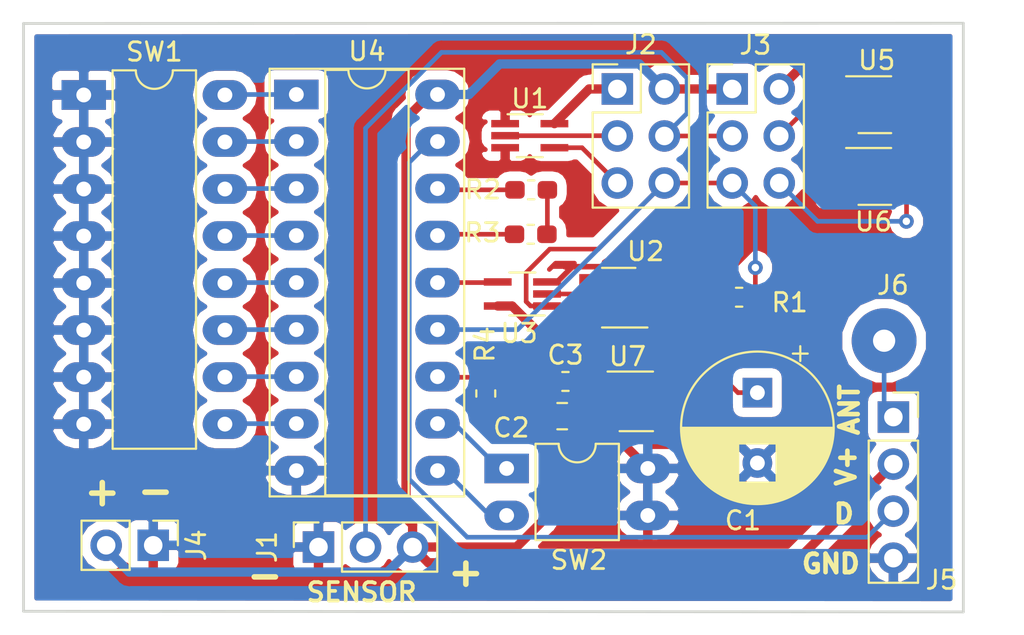
<source format=kicad_pcb>
(kicad_pcb (version 20171130) (host pcbnew 5.0.2-bee76a0~70~ubuntu18.04.1)

  (general
    (thickness 1.6)
    (drawings 13)
    (tracks 178)
    (zones 0)
    (modules 22)
    (nets 31)
  )

  (page A4)
  (layers
    (0 F.Cu signal)
    (31 B.Cu signal)
    (32 B.Adhes user)
    (33 F.Adhes user)
    (34 B.Paste user)
    (35 F.Paste user)
    (36 B.SilkS user)
    (37 F.SilkS user)
    (38 B.Mask user)
    (39 F.Mask user)
    (40 Dwgs.User user)
    (41 Cmts.User user)
    (42 Eco1.User user)
    (43 Eco2.User user)
    (44 Edge.Cuts user)
    (45 Margin user)
    (46 B.CrtYd user)
    (47 F.CrtYd user)
    (48 B.Fab user)
    (49 F.Fab user hide)
  )

  (setup
    (last_trace_width 0.25)
    (trace_clearance 0.2)
    (zone_clearance 0.508)
    (zone_45_only no)
    (trace_min 0.2)
    (segment_width 0.2)
    (edge_width 0.15)
    (via_size 0.8)
    (via_drill 0.4)
    (via_min_size 0.4)
    (via_min_drill 0.3)
    (uvia_size 0.3)
    (uvia_drill 0.1)
    (uvias_allowed no)
    (uvia_min_size 0.2)
    (uvia_min_drill 0.1)
    (pcb_text_width 0.3)
    (pcb_text_size 1.5 1.5)
    (mod_edge_width 0.15)
    (mod_text_size 1 1)
    (mod_text_width 0.15)
    (pad_size 1.524 1.524)
    (pad_drill 0.762)
    (pad_to_mask_clearance 0.051)
    (solder_mask_min_width 0.25)
    (aux_axis_origin 0 0)
    (visible_elements FFFBFF7F)
    (pcbplotparams
      (layerselection 0x010fc_ffffffff)
      (usegerberextensions true)
      (usegerberattributes false)
      (usegerberadvancedattributes false)
      (creategerberjobfile false)
      (excludeedgelayer true)
      (linewidth 0.100000)
      (plotframeref false)
      (viasonmask false)
      (mode 1)
      (useauxorigin false)
      (hpglpennumber 1)
      (hpglpenspeed 20)
      (hpglpendiameter 15.000000)
      (psnegative false)
      (psa4output false)
      (plotreference true)
      (plotvalue true)
      (plotinvisibletext false)
      (padsonsilk false)
      (subtractmaskfromsilk false)
      (outputformat 1)
      (mirror false)
      (drillshape 0)
      (scaleselection 1)
      (outputdirectory "Gerber/"))
  )

  (net 0 "")
  (net 1 "Net-(C1-Pad1)")
  (net 2 GND)
  (net 3 VCC)
  (net 4 /SENSOR)
  (net 5 /ANT)
  (net 6 /DATA)
  (net 7 "Net-(R2-Pad2)")
  (net 8 "Net-(R2-Pad1)")
  (net 9 "Net-(R3-Pad2)")
  (net 10 "Net-(SW1-Pad9)")
  (net 11 "Net-(SW1-Pad10)")
  (net 12 "Net-(SW1-Pad11)")
  (net 13 "Net-(SW1-Pad12)")
  (net 14 "Net-(SW1-Pad13)")
  (net 15 "Net-(SW1-Pad14)")
  (net 16 "Net-(SW1-Pad15)")
  (net 17 "Net-(SW1-Pad16)")
  (net 18 "Net-(SW2-Pad1)")
  (net 19 "Net-(SW2-Pad2)")
  (net 20 "Net-(U2-Pad4)")
  (net 21 "Net-(U3-Pad4)")
  (net 22 "Net-(J2-Pad1)")
  (net 23 "Net-(J2-Pad3)")
  (net 24 "Net-(J2-Pad5)")
  (net 25 /OUT)
  (net 26 "Net-(J3-Pad6)")
  (net 27 "Net-(J3-Pad4)")
  (net 28 "Net-(U5-Pad4)")
  (net 29 "Net-(J3-Pad2)")
  (net 30 /BAT_LOW)

  (net_class Default "This is the default net class."
    (clearance 0.2)
    (trace_width 0.25)
    (via_dia 0.8)
    (via_drill 0.4)
    (uvia_dia 0.3)
    (uvia_drill 0.1)
    (add_net /ANT)
    (add_net /BAT_LOW)
    (add_net /DATA)
    (add_net /OUT)
    (add_net /SENSOR)
    (add_net "Net-(C1-Pad1)")
    (add_net "Net-(J2-Pad3)")
    (add_net "Net-(J2-Pad5)")
    (add_net "Net-(J3-Pad4)")
    (add_net "Net-(J3-Pad6)")
    (add_net "Net-(R2-Pad1)")
    (add_net "Net-(R2-Pad2)")
    (add_net "Net-(R3-Pad2)")
    (add_net "Net-(SW1-Pad10)")
    (add_net "Net-(SW1-Pad11)")
    (add_net "Net-(SW1-Pad12)")
    (add_net "Net-(SW1-Pad13)")
    (add_net "Net-(SW1-Pad14)")
    (add_net "Net-(SW1-Pad15)")
    (add_net "Net-(SW1-Pad16)")
    (add_net "Net-(SW1-Pad9)")
    (add_net "Net-(SW2-Pad1)")
    (add_net "Net-(SW2-Pad2)")
    (add_net "Net-(U2-Pad4)")
    (add_net "Net-(U3-Pad4)")
    (add_net "Net-(U5-Pad4)")
  )

  (net_class POWER ""
    (clearance 0.25)
    (trace_width 0.5)
    (via_dia 0.8)
    (via_drill 0.4)
    (uvia_dia 0.3)
    (uvia_drill 0.1)
    (add_net GND)
    (add_net "Net-(J2-Pad1)")
    (add_net "Net-(J3-Pad2)")
    (add_net VCC)
  )

  (module Connector_PinSocket_2.54mm:PinSocket_1x04_P2.54mm_Vertical (layer F.Cu) (tedit 5A19A429) (tstamp 5D7581B5)
    (at 129.5 93.65)
    (descr "Through hole straight socket strip, 1x04, 2.54mm pitch, single row (from Kicad 4.0.7), script generated")
    (tags "Through hole socket strip THT 1x04 2.54mm single row")
    (path /5D63DD0B)
    (fp_text reference J5 (at 2.6 8.8) (layer F.SilkS)
      (effects (font (size 1 1) (thickness 0.15)))
    )
    (fp_text value Conn_01x04 (at 0 10.39) (layer F.Fab)
      (effects (font (size 1 1) (thickness 0.15)))
    )
    (fp_line (start -1.27 -1.27) (end 0.635 -1.27) (layer F.Fab) (width 0.1))
    (fp_line (start 0.635 -1.27) (end 1.27 -0.635) (layer F.Fab) (width 0.1))
    (fp_line (start 1.27 -0.635) (end 1.27 8.89) (layer F.Fab) (width 0.1))
    (fp_line (start 1.27 8.89) (end -1.27 8.89) (layer F.Fab) (width 0.1))
    (fp_line (start -1.27 8.89) (end -1.27 -1.27) (layer F.Fab) (width 0.1))
    (fp_line (start -1.33 1.27) (end 1.33 1.27) (layer F.SilkS) (width 0.12))
    (fp_line (start -1.33 1.27) (end -1.33 8.95) (layer F.SilkS) (width 0.12))
    (fp_line (start -1.33 8.95) (end 1.33 8.95) (layer F.SilkS) (width 0.12))
    (fp_line (start 1.33 1.27) (end 1.33 8.95) (layer F.SilkS) (width 0.12))
    (fp_line (start 1.33 -1.33) (end 1.33 0) (layer F.SilkS) (width 0.12))
    (fp_line (start 0 -1.33) (end 1.33 -1.33) (layer F.SilkS) (width 0.12))
    (fp_line (start -1.8 -1.8) (end 1.75 -1.8) (layer F.CrtYd) (width 0.05))
    (fp_line (start 1.75 -1.8) (end 1.75 9.4) (layer F.CrtYd) (width 0.05))
    (fp_line (start 1.75 9.4) (end -1.8 9.4) (layer F.CrtYd) (width 0.05))
    (fp_line (start -1.8 9.4) (end -1.8 -1.8) (layer F.CrtYd) (width 0.05))
    (fp_text user %R (at 0 3.81 90) (layer F.Fab)
      (effects (font (size 1 1) (thickness 0.15)))
    )
    (pad 1 thru_hole rect (at 0 0) (size 1.7 1.7) (drill 1) (layers *.Cu *.Mask)
      (net 5 /ANT))
    (pad 2 thru_hole oval (at 0 2.54) (size 1.7 1.7) (drill 1) (layers *.Cu *.Mask)
      (net 3 VCC))
    (pad 3 thru_hole oval (at 0 5.08) (size 1.7 1.7) (drill 1) (layers *.Cu *.Mask)
      (net 6 /DATA))
    (pad 4 thru_hole oval (at 0 7.62) (size 1.7 1.7) (drill 1) (layers *.Cu *.Mask)
      (net 2 GND))
    (model ${KISYS3DMOD}/Connector_PinSocket_2.54mm.3dshapes/PinSocket_1x04_P2.54mm_Vertical.wrl
      (at (xyz 0 0 0))
      (scale (xyz 1 1 1))
      (rotate (xyz 0 0 0))
    )
  )

  (module Capacitor_THT:CP_Radial_D8.0mm_P3.80mm (layer F.Cu) (tedit 5AE50EF0) (tstamp 5D75816F)
    (at 122.16 92.33 270)
    (descr "CP, Radial series, Radial, pin pitch=3.80mm, , diameter=8mm, Electrolytic Capacitor")
    (tags "CP Radial series Radial pin pitch 3.80mm  diameter 8mm Electrolytic Capacitor")
    (path /5D5FA3D5)
    (fp_text reference C1 (at 6.91 0.78) (layer F.SilkS)
      (effects (font (size 1 1) (thickness 0.15)))
    )
    (fp_text value 330uF (at 1.9 5.25 270) (layer F.Fab)
      (effects (font (size 1 1) (thickness 0.15)))
    )
    (fp_circle (center 1.9 0) (end 5.9 0) (layer F.Fab) (width 0.1))
    (fp_circle (center 1.9 0) (end 6.02 0) (layer F.SilkS) (width 0.12))
    (fp_circle (center 1.9 0) (end 6.15 0) (layer F.CrtYd) (width 0.05))
    (fp_line (start -1.526759 -1.7475) (end -0.726759 -1.7475) (layer F.Fab) (width 0.1))
    (fp_line (start -1.126759 -2.1475) (end -1.126759 -1.3475) (layer F.Fab) (width 0.1))
    (fp_line (start 1.9 -4.08) (end 1.9 4.08) (layer F.SilkS) (width 0.12))
    (fp_line (start 1.94 -4.08) (end 1.94 4.08) (layer F.SilkS) (width 0.12))
    (fp_line (start 1.98 -4.08) (end 1.98 4.08) (layer F.SilkS) (width 0.12))
    (fp_line (start 2.02 -4.079) (end 2.02 4.079) (layer F.SilkS) (width 0.12))
    (fp_line (start 2.06 -4.077) (end 2.06 4.077) (layer F.SilkS) (width 0.12))
    (fp_line (start 2.1 -4.076) (end 2.1 4.076) (layer F.SilkS) (width 0.12))
    (fp_line (start 2.14 -4.074) (end 2.14 4.074) (layer F.SilkS) (width 0.12))
    (fp_line (start 2.18 -4.071) (end 2.18 4.071) (layer F.SilkS) (width 0.12))
    (fp_line (start 2.22 -4.068) (end 2.22 4.068) (layer F.SilkS) (width 0.12))
    (fp_line (start 2.26 -4.065) (end 2.26 4.065) (layer F.SilkS) (width 0.12))
    (fp_line (start 2.3 -4.061) (end 2.3 4.061) (layer F.SilkS) (width 0.12))
    (fp_line (start 2.34 -4.057) (end 2.34 4.057) (layer F.SilkS) (width 0.12))
    (fp_line (start 2.38 -4.052) (end 2.38 4.052) (layer F.SilkS) (width 0.12))
    (fp_line (start 2.42 -4.048) (end 2.42 4.048) (layer F.SilkS) (width 0.12))
    (fp_line (start 2.46 -4.042) (end 2.46 4.042) (layer F.SilkS) (width 0.12))
    (fp_line (start 2.5 -4.037) (end 2.5 4.037) (layer F.SilkS) (width 0.12))
    (fp_line (start 2.54 -4.03) (end 2.54 4.03) (layer F.SilkS) (width 0.12))
    (fp_line (start 2.58 -4.024) (end 2.58 4.024) (layer F.SilkS) (width 0.12))
    (fp_line (start 2.621 -4.017) (end 2.621 4.017) (layer F.SilkS) (width 0.12))
    (fp_line (start 2.661 -4.01) (end 2.661 4.01) (layer F.SilkS) (width 0.12))
    (fp_line (start 2.701 -4.002) (end 2.701 4.002) (layer F.SilkS) (width 0.12))
    (fp_line (start 2.741 -3.994) (end 2.741 3.994) (layer F.SilkS) (width 0.12))
    (fp_line (start 2.781 -3.985) (end 2.781 -1.04) (layer F.SilkS) (width 0.12))
    (fp_line (start 2.781 1.04) (end 2.781 3.985) (layer F.SilkS) (width 0.12))
    (fp_line (start 2.821 -3.976) (end 2.821 -1.04) (layer F.SilkS) (width 0.12))
    (fp_line (start 2.821 1.04) (end 2.821 3.976) (layer F.SilkS) (width 0.12))
    (fp_line (start 2.861 -3.967) (end 2.861 -1.04) (layer F.SilkS) (width 0.12))
    (fp_line (start 2.861 1.04) (end 2.861 3.967) (layer F.SilkS) (width 0.12))
    (fp_line (start 2.901 -3.957) (end 2.901 -1.04) (layer F.SilkS) (width 0.12))
    (fp_line (start 2.901 1.04) (end 2.901 3.957) (layer F.SilkS) (width 0.12))
    (fp_line (start 2.941 -3.947) (end 2.941 -1.04) (layer F.SilkS) (width 0.12))
    (fp_line (start 2.941 1.04) (end 2.941 3.947) (layer F.SilkS) (width 0.12))
    (fp_line (start 2.981 -3.936) (end 2.981 -1.04) (layer F.SilkS) (width 0.12))
    (fp_line (start 2.981 1.04) (end 2.981 3.936) (layer F.SilkS) (width 0.12))
    (fp_line (start 3.021 -3.925) (end 3.021 -1.04) (layer F.SilkS) (width 0.12))
    (fp_line (start 3.021 1.04) (end 3.021 3.925) (layer F.SilkS) (width 0.12))
    (fp_line (start 3.061 -3.914) (end 3.061 -1.04) (layer F.SilkS) (width 0.12))
    (fp_line (start 3.061 1.04) (end 3.061 3.914) (layer F.SilkS) (width 0.12))
    (fp_line (start 3.101 -3.902) (end 3.101 -1.04) (layer F.SilkS) (width 0.12))
    (fp_line (start 3.101 1.04) (end 3.101 3.902) (layer F.SilkS) (width 0.12))
    (fp_line (start 3.141 -3.889) (end 3.141 -1.04) (layer F.SilkS) (width 0.12))
    (fp_line (start 3.141 1.04) (end 3.141 3.889) (layer F.SilkS) (width 0.12))
    (fp_line (start 3.181 -3.877) (end 3.181 -1.04) (layer F.SilkS) (width 0.12))
    (fp_line (start 3.181 1.04) (end 3.181 3.877) (layer F.SilkS) (width 0.12))
    (fp_line (start 3.221 -3.863) (end 3.221 -1.04) (layer F.SilkS) (width 0.12))
    (fp_line (start 3.221 1.04) (end 3.221 3.863) (layer F.SilkS) (width 0.12))
    (fp_line (start 3.261 -3.85) (end 3.261 -1.04) (layer F.SilkS) (width 0.12))
    (fp_line (start 3.261 1.04) (end 3.261 3.85) (layer F.SilkS) (width 0.12))
    (fp_line (start 3.301 -3.835) (end 3.301 -1.04) (layer F.SilkS) (width 0.12))
    (fp_line (start 3.301 1.04) (end 3.301 3.835) (layer F.SilkS) (width 0.12))
    (fp_line (start 3.341 -3.821) (end 3.341 -1.04) (layer F.SilkS) (width 0.12))
    (fp_line (start 3.341 1.04) (end 3.341 3.821) (layer F.SilkS) (width 0.12))
    (fp_line (start 3.381 -3.805) (end 3.381 -1.04) (layer F.SilkS) (width 0.12))
    (fp_line (start 3.381 1.04) (end 3.381 3.805) (layer F.SilkS) (width 0.12))
    (fp_line (start 3.421 -3.79) (end 3.421 -1.04) (layer F.SilkS) (width 0.12))
    (fp_line (start 3.421 1.04) (end 3.421 3.79) (layer F.SilkS) (width 0.12))
    (fp_line (start 3.461 -3.774) (end 3.461 -1.04) (layer F.SilkS) (width 0.12))
    (fp_line (start 3.461 1.04) (end 3.461 3.774) (layer F.SilkS) (width 0.12))
    (fp_line (start 3.501 -3.757) (end 3.501 -1.04) (layer F.SilkS) (width 0.12))
    (fp_line (start 3.501 1.04) (end 3.501 3.757) (layer F.SilkS) (width 0.12))
    (fp_line (start 3.541 -3.74) (end 3.541 -1.04) (layer F.SilkS) (width 0.12))
    (fp_line (start 3.541 1.04) (end 3.541 3.74) (layer F.SilkS) (width 0.12))
    (fp_line (start 3.581 -3.722) (end 3.581 -1.04) (layer F.SilkS) (width 0.12))
    (fp_line (start 3.581 1.04) (end 3.581 3.722) (layer F.SilkS) (width 0.12))
    (fp_line (start 3.621 -3.704) (end 3.621 -1.04) (layer F.SilkS) (width 0.12))
    (fp_line (start 3.621 1.04) (end 3.621 3.704) (layer F.SilkS) (width 0.12))
    (fp_line (start 3.661 -3.686) (end 3.661 -1.04) (layer F.SilkS) (width 0.12))
    (fp_line (start 3.661 1.04) (end 3.661 3.686) (layer F.SilkS) (width 0.12))
    (fp_line (start 3.701 -3.666) (end 3.701 -1.04) (layer F.SilkS) (width 0.12))
    (fp_line (start 3.701 1.04) (end 3.701 3.666) (layer F.SilkS) (width 0.12))
    (fp_line (start 3.741 -3.647) (end 3.741 -1.04) (layer F.SilkS) (width 0.12))
    (fp_line (start 3.741 1.04) (end 3.741 3.647) (layer F.SilkS) (width 0.12))
    (fp_line (start 3.781 -3.627) (end 3.781 -1.04) (layer F.SilkS) (width 0.12))
    (fp_line (start 3.781 1.04) (end 3.781 3.627) (layer F.SilkS) (width 0.12))
    (fp_line (start 3.821 -3.606) (end 3.821 -1.04) (layer F.SilkS) (width 0.12))
    (fp_line (start 3.821 1.04) (end 3.821 3.606) (layer F.SilkS) (width 0.12))
    (fp_line (start 3.861 -3.584) (end 3.861 -1.04) (layer F.SilkS) (width 0.12))
    (fp_line (start 3.861 1.04) (end 3.861 3.584) (layer F.SilkS) (width 0.12))
    (fp_line (start 3.901 -3.562) (end 3.901 -1.04) (layer F.SilkS) (width 0.12))
    (fp_line (start 3.901 1.04) (end 3.901 3.562) (layer F.SilkS) (width 0.12))
    (fp_line (start 3.941 -3.54) (end 3.941 -1.04) (layer F.SilkS) (width 0.12))
    (fp_line (start 3.941 1.04) (end 3.941 3.54) (layer F.SilkS) (width 0.12))
    (fp_line (start 3.981 -3.517) (end 3.981 -1.04) (layer F.SilkS) (width 0.12))
    (fp_line (start 3.981 1.04) (end 3.981 3.517) (layer F.SilkS) (width 0.12))
    (fp_line (start 4.021 -3.493) (end 4.021 -1.04) (layer F.SilkS) (width 0.12))
    (fp_line (start 4.021 1.04) (end 4.021 3.493) (layer F.SilkS) (width 0.12))
    (fp_line (start 4.061 -3.469) (end 4.061 -1.04) (layer F.SilkS) (width 0.12))
    (fp_line (start 4.061 1.04) (end 4.061 3.469) (layer F.SilkS) (width 0.12))
    (fp_line (start 4.101 -3.444) (end 4.101 -1.04) (layer F.SilkS) (width 0.12))
    (fp_line (start 4.101 1.04) (end 4.101 3.444) (layer F.SilkS) (width 0.12))
    (fp_line (start 4.141 -3.418) (end 4.141 -1.04) (layer F.SilkS) (width 0.12))
    (fp_line (start 4.141 1.04) (end 4.141 3.418) (layer F.SilkS) (width 0.12))
    (fp_line (start 4.181 -3.392) (end 4.181 -1.04) (layer F.SilkS) (width 0.12))
    (fp_line (start 4.181 1.04) (end 4.181 3.392) (layer F.SilkS) (width 0.12))
    (fp_line (start 4.221 -3.365) (end 4.221 -1.04) (layer F.SilkS) (width 0.12))
    (fp_line (start 4.221 1.04) (end 4.221 3.365) (layer F.SilkS) (width 0.12))
    (fp_line (start 4.261 -3.338) (end 4.261 -1.04) (layer F.SilkS) (width 0.12))
    (fp_line (start 4.261 1.04) (end 4.261 3.338) (layer F.SilkS) (width 0.12))
    (fp_line (start 4.301 -3.309) (end 4.301 -1.04) (layer F.SilkS) (width 0.12))
    (fp_line (start 4.301 1.04) (end 4.301 3.309) (layer F.SilkS) (width 0.12))
    (fp_line (start 4.341 -3.28) (end 4.341 -1.04) (layer F.SilkS) (width 0.12))
    (fp_line (start 4.341 1.04) (end 4.341 3.28) (layer F.SilkS) (width 0.12))
    (fp_line (start 4.381 -3.25) (end 4.381 -1.04) (layer F.SilkS) (width 0.12))
    (fp_line (start 4.381 1.04) (end 4.381 3.25) (layer F.SilkS) (width 0.12))
    (fp_line (start 4.421 -3.22) (end 4.421 -1.04) (layer F.SilkS) (width 0.12))
    (fp_line (start 4.421 1.04) (end 4.421 3.22) (layer F.SilkS) (width 0.12))
    (fp_line (start 4.461 -3.189) (end 4.461 -1.04) (layer F.SilkS) (width 0.12))
    (fp_line (start 4.461 1.04) (end 4.461 3.189) (layer F.SilkS) (width 0.12))
    (fp_line (start 4.501 -3.156) (end 4.501 -1.04) (layer F.SilkS) (width 0.12))
    (fp_line (start 4.501 1.04) (end 4.501 3.156) (layer F.SilkS) (width 0.12))
    (fp_line (start 4.541 -3.124) (end 4.541 -1.04) (layer F.SilkS) (width 0.12))
    (fp_line (start 4.541 1.04) (end 4.541 3.124) (layer F.SilkS) (width 0.12))
    (fp_line (start 4.581 -3.09) (end 4.581 -1.04) (layer F.SilkS) (width 0.12))
    (fp_line (start 4.581 1.04) (end 4.581 3.09) (layer F.SilkS) (width 0.12))
    (fp_line (start 4.621 -3.055) (end 4.621 -1.04) (layer F.SilkS) (width 0.12))
    (fp_line (start 4.621 1.04) (end 4.621 3.055) (layer F.SilkS) (width 0.12))
    (fp_line (start 4.661 -3.019) (end 4.661 -1.04) (layer F.SilkS) (width 0.12))
    (fp_line (start 4.661 1.04) (end 4.661 3.019) (layer F.SilkS) (width 0.12))
    (fp_line (start 4.701 -2.983) (end 4.701 -1.04) (layer F.SilkS) (width 0.12))
    (fp_line (start 4.701 1.04) (end 4.701 2.983) (layer F.SilkS) (width 0.12))
    (fp_line (start 4.741 -2.945) (end 4.741 -1.04) (layer F.SilkS) (width 0.12))
    (fp_line (start 4.741 1.04) (end 4.741 2.945) (layer F.SilkS) (width 0.12))
    (fp_line (start 4.781 -2.907) (end 4.781 -1.04) (layer F.SilkS) (width 0.12))
    (fp_line (start 4.781 1.04) (end 4.781 2.907) (layer F.SilkS) (width 0.12))
    (fp_line (start 4.821 -2.867) (end 4.821 -1.04) (layer F.SilkS) (width 0.12))
    (fp_line (start 4.821 1.04) (end 4.821 2.867) (layer F.SilkS) (width 0.12))
    (fp_line (start 4.861 -2.826) (end 4.861 2.826) (layer F.SilkS) (width 0.12))
    (fp_line (start 4.901 -2.784) (end 4.901 2.784) (layer F.SilkS) (width 0.12))
    (fp_line (start 4.941 -2.741) (end 4.941 2.741) (layer F.SilkS) (width 0.12))
    (fp_line (start 4.981 -2.697) (end 4.981 2.697) (layer F.SilkS) (width 0.12))
    (fp_line (start 5.021 -2.651) (end 5.021 2.651) (layer F.SilkS) (width 0.12))
    (fp_line (start 5.061 -2.604) (end 5.061 2.604) (layer F.SilkS) (width 0.12))
    (fp_line (start 5.101 -2.556) (end 5.101 2.556) (layer F.SilkS) (width 0.12))
    (fp_line (start 5.141 -2.505) (end 5.141 2.505) (layer F.SilkS) (width 0.12))
    (fp_line (start 5.181 -2.454) (end 5.181 2.454) (layer F.SilkS) (width 0.12))
    (fp_line (start 5.221 -2.4) (end 5.221 2.4) (layer F.SilkS) (width 0.12))
    (fp_line (start 5.261 -2.345) (end 5.261 2.345) (layer F.SilkS) (width 0.12))
    (fp_line (start 5.301 -2.287) (end 5.301 2.287) (layer F.SilkS) (width 0.12))
    (fp_line (start 5.341 -2.228) (end 5.341 2.228) (layer F.SilkS) (width 0.12))
    (fp_line (start 5.381 -2.166) (end 5.381 2.166) (layer F.SilkS) (width 0.12))
    (fp_line (start 5.421 -2.102) (end 5.421 2.102) (layer F.SilkS) (width 0.12))
    (fp_line (start 5.461 -2.034) (end 5.461 2.034) (layer F.SilkS) (width 0.12))
    (fp_line (start 5.501 -1.964) (end 5.501 1.964) (layer F.SilkS) (width 0.12))
    (fp_line (start 5.541 -1.89) (end 5.541 1.89) (layer F.SilkS) (width 0.12))
    (fp_line (start 5.581 -1.813) (end 5.581 1.813) (layer F.SilkS) (width 0.12))
    (fp_line (start 5.621 -1.731) (end 5.621 1.731) (layer F.SilkS) (width 0.12))
    (fp_line (start 5.661 -1.645) (end 5.661 1.645) (layer F.SilkS) (width 0.12))
    (fp_line (start 5.701 -1.552) (end 5.701 1.552) (layer F.SilkS) (width 0.12))
    (fp_line (start 5.741 -1.453) (end 5.741 1.453) (layer F.SilkS) (width 0.12))
    (fp_line (start 5.781 -1.346) (end 5.781 1.346) (layer F.SilkS) (width 0.12))
    (fp_line (start 5.821 -1.229) (end 5.821 1.229) (layer F.SilkS) (width 0.12))
    (fp_line (start 5.861 -1.098) (end 5.861 1.098) (layer F.SilkS) (width 0.12))
    (fp_line (start 5.901 -0.948) (end 5.901 0.948) (layer F.SilkS) (width 0.12))
    (fp_line (start 5.941 -0.768) (end 5.941 0.768) (layer F.SilkS) (width 0.12))
    (fp_line (start 5.981 -0.533) (end 5.981 0.533) (layer F.SilkS) (width 0.12))
    (fp_line (start -2.509698 -2.315) (end -1.709698 -2.315) (layer F.SilkS) (width 0.12))
    (fp_line (start -2.109698 -2.715) (end -2.109698 -1.915) (layer F.SilkS) (width 0.12))
    (fp_text user %R (at 1.9 0 270) (layer F.Fab)
      (effects (font (size 1 1) (thickness 0.15)))
    )
    (pad 1 thru_hole rect (at 0 0 270) (size 1.6 1.6) (drill 0.8) (layers *.Cu *.Mask)
      (net 1 "Net-(C1-Pad1)"))
    (pad 2 thru_hole circle (at 3.8 0 270) (size 1.6 1.6) (drill 0.8) (layers *.Cu *.Mask)
      (net 2 GND))
    (model ${KISYS3DMOD}/Capacitor_THT.3dshapes/CP_Radial_D8.0mm_P3.80mm.wrl
      (at (xyz 0 0 0))
      (scale (xyz 1 1 1))
      (rotate (xyz 0 0 0))
    )
  )

  (module Connector_PinSocket_2.54mm:PinSocket_1x03_P2.54mm_Vertical (layer F.Cu) (tedit 5A19A429) (tstamp 5D759D7B)
    (at 98.47 100.67 90)
    (descr "Through hole straight socket strip, 1x03, 2.54mm pitch, single row (from Kicad 4.0.7), script generated")
    (tags "Through hole socket strip THT 1x03 2.54mm single row")
    (path /5D5FA2B5)
    (fp_text reference J1 (at 0 -2.77 90) (layer F.SilkS)
      (effects (font (size 1 1) (thickness 0.15)))
    )
    (fp_text value Conn_01x03 (at 0 7.85 90) (layer F.Fab)
      (effects (font (size 1 1) (thickness 0.15)))
    )
    (fp_line (start -1.27 -1.27) (end 0.635 -1.27) (layer F.Fab) (width 0.1))
    (fp_line (start 0.635 -1.27) (end 1.27 -0.635) (layer F.Fab) (width 0.1))
    (fp_line (start 1.27 -0.635) (end 1.27 6.35) (layer F.Fab) (width 0.1))
    (fp_line (start 1.27 6.35) (end -1.27 6.35) (layer F.Fab) (width 0.1))
    (fp_line (start -1.27 6.35) (end -1.27 -1.27) (layer F.Fab) (width 0.1))
    (fp_line (start -1.33 1.27) (end 1.33 1.27) (layer F.SilkS) (width 0.12))
    (fp_line (start -1.33 1.27) (end -1.33 6.41) (layer F.SilkS) (width 0.12))
    (fp_line (start -1.33 6.41) (end 1.33 6.41) (layer F.SilkS) (width 0.12))
    (fp_line (start 1.33 1.27) (end 1.33 6.41) (layer F.SilkS) (width 0.12))
    (fp_line (start 1.33 -1.33) (end 1.33 0) (layer F.SilkS) (width 0.12))
    (fp_line (start 0 -1.33) (end 1.33 -1.33) (layer F.SilkS) (width 0.12))
    (fp_line (start -1.8 -1.8) (end 1.75 -1.8) (layer F.CrtYd) (width 0.05))
    (fp_line (start 1.75 -1.8) (end 1.75 6.85) (layer F.CrtYd) (width 0.05))
    (fp_line (start 1.75 6.85) (end -1.8 6.85) (layer F.CrtYd) (width 0.05))
    (fp_line (start -1.8 6.85) (end -1.8 -1.8) (layer F.CrtYd) (width 0.05))
    (fp_text user %R (at 0 2.54 180) (layer F.Fab)
      (effects (font (size 1 1) (thickness 0.15)))
    )
    (pad 1 thru_hole rect (at 0 0 90) (size 1.7 1.7) (drill 1) (layers *.Cu *.Mask)
      (net 2 GND))
    (pad 2 thru_hole oval (at 0 2.54 90) (size 1.7 1.7) (drill 1) (layers *.Cu *.Mask)
      (net 4 /SENSOR))
    (pad 3 thru_hole oval (at 0 5.08 90) (size 1.7 1.7) (drill 1) (layers *.Cu *.Mask)
      (net 3 VCC))
    (model ${KISYS3DMOD}/Connector_PinSocket_2.54mm.3dshapes/PinSocket_1x03_P2.54mm_Vertical.wrl
      (at (xyz 0 0 0))
      (scale (xyz 1 1 1))
      (rotate (xyz 0 0 0))
    )
  )

  (module Connector_Wire:SolderWirePad_1x01_Drill1.2mm (layer F.Cu) (tedit 5AEE5EA7) (tstamp 5D7581BF)
    (at 129 89.525)
    (descr "Wire solder connection")
    (tags connector)
    (path /5D6A7D25)
    (attr virtual)
    (fp_text reference J6 (at 0.475 -3) (layer F.SilkS)
      (effects (font (size 1 1) (thickness 0.15)))
    )
    (fp_text value Conn_01x01_Female (at 0 3.175) (layer F.Fab)
      (effects (font (size 1 1) (thickness 0.15)))
    )
    (fp_text user %R (at 0 0) (layer F.Fab)
      (effects (font (size 1 1) (thickness 0.15)))
    )
    (fp_line (start -2.25 -2.25) (end 2.25 -2.25) (layer F.CrtYd) (width 0.05))
    (fp_line (start -2.25 -2.25) (end -2.25 2.25) (layer F.CrtYd) (width 0.05))
    (fp_line (start 2.25 2.25) (end 2.25 -2.25) (layer F.CrtYd) (width 0.05))
    (fp_line (start 2.25 2.25) (end -2.25 2.25) (layer F.CrtYd) (width 0.05))
    (pad 1 thru_hole circle (at 0 0) (size 3.50012 3.50012) (drill 1.19888) (layers *.Cu *.Mask)
      (net 5 /ANT))
  )

  (module Resistor_SMD:R_0603_1608Metric_Pad1.05x0.95mm_HandSolder (layer F.Cu) (tedit 5B301BBD) (tstamp 5D7581D0)
    (at 121.175 87.175 180)
    (descr "Resistor SMD 0603 (1608 Metric), square (rectangular) end terminal, IPC_7351 nominal with elongated pad for handsoldering. (Body size source: http://www.tortai-tech.com/upload/download/2011102023233369053.pdf), generated with kicad-footprint-generator")
    (tags "resistor handsolder")
    (path /5D5FA4F1)
    (attr smd)
    (fp_text reference R1 (at -2.725 -0.29 180) (layer F.SilkS)
      (effects (font (size 1 1) (thickness 0.15)))
    )
    (fp_text value 1K (at 0 1.43 180) (layer F.Fab)
      (effects (font (size 1 1) (thickness 0.15)))
    )
    (fp_line (start -0.8 0.4) (end -0.8 -0.4) (layer F.Fab) (width 0.1))
    (fp_line (start -0.8 -0.4) (end 0.8 -0.4) (layer F.Fab) (width 0.1))
    (fp_line (start 0.8 -0.4) (end 0.8 0.4) (layer F.Fab) (width 0.1))
    (fp_line (start 0.8 0.4) (end -0.8 0.4) (layer F.Fab) (width 0.1))
    (fp_line (start -0.171267 -0.51) (end 0.171267 -0.51) (layer F.SilkS) (width 0.12))
    (fp_line (start -0.171267 0.51) (end 0.171267 0.51) (layer F.SilkS) (width 0.12))
    (fp_line (start -1.65 0.73) (end -1.65 -0.73) (layer F.CrtYd) (width 0.05))
    (fp_line (start -1.65 -0.73) (end 1.65 -0.73) (layer F.CrtYd) (width 0.05))
    (fp_line (start 1.65 -0.73) (end 1.65 0.73) (layer F.CrtYd) (width 0.05))
    (fp_line (start 1.65 0.73) (end -1.65 0.73) (layer F.CrtYd) (width 0.05))
    (fp_text user %R (at 0 0 180) (layer F.Fab)
      (effects (font (size 0.4 0.4) (thickness 0.06)))
    )
    (pad 1 smd roundrect (at -0.875 0 180) (size 1.05 0.95) (layers F.Cu F.Paste F.Mask) (roundrect_rratio 0.25)
      (net 25 /OUT))
    (pad 2 smd roundrect (at 0.875 0 180) (size 1.05 0.95) (layers F.Cu F.Paste F.Mask) (roundrect_rratio 0.25)
      (net 1 "Net-(C1-Pad1)"))
    (model ${KISYS3DMOD}/Resistor_SMD.3dshapes/R_0603_1608Metric.wrl
      (at (xyz 0 0 0))
      (scale (xyz 1 1 1))
      (rotate (xyz 0 0 0))
    )
  )

  (module Resistor_SMD:R_0603_1608Metric_Pad1.05x0.95mm_HandSolder (layer F.Cu) (tedit 5B301BBD) (tstamp 5D7581E1)
    (at 109.95 81.375 180)
    (descr "Resistor SMD 0603 (1608 Metric), square (rectangular) end terminal, IPC_7351 nominal with elongated pad for handsoldering. (Body size source: http://www.tortai-tech.com/upload/download/2011102023233369053.pdf), generated with kicad-footprint-generator")
    (tags "resistor handsolder")
    (path /5D695A57)
    (attr smd)
    (fp_text reference R2 (at 2.61 0.015 180) (layer F.SilkS)
      (effects (font (size 1 1) (thickness 0.15)))
    )
    (fp_text value 100K (at 0 1.43 180) (layer F.Fab)
      (effects (font (size 1 1) (thickness 0.15)))
    )
    (fp_text user %R (at 0 0 180) (layer F.Fab)
      (effects (font (size 0.4 0.4) (thickness 0.06)))
    )
    (fp_line (start 1.65 0.73) (end -1.65 0.73) (layer F.CrtYd) (width 0.05))
    (fp_line (start 1.65 -0.73) (end 1.65 0.73) (layer F.CrtYd) (width 0.05))
    (fp_line (start -1.65 -0.73) (end 1.65 -0.73) (layer F.CrtYd) (width 0.05))
    (fp_line (start -1.65 0.73) (end -1.65 -0.73) (layer F.CrtYd) (width 0.05))
    (fp_line (start -0.171267 0.51) (end 0.171267 0.51) (layer F.SilkS) (width 0.12))
    (fp_line (start -0.171267 -0.51) (end 0.171267 -0.51) (layer F.SilkS) (width 0.12))
    (fp_line (start 0.8 0.4) (end -0.8 0.4) (layer F.Fab) (width 0.1))
    (fp_line (start 0.8 -0.4) (end 0.8 0.4) (layer F.Fab) (width 0.1))
    (fp_line (start -0.8 -0.4) (end 0.8 -0.4) (layer F.Fab) (width 0.1))
    (fp_line (start -0.8 0.4) (end -0.8 -0.4) (layer F.Fab) (width 0.1))
    (pad 2 smd roundrect (at 0.875 0 180) (size 1.05 0.95) (layers F.Cu F.Paste F.Mask) (roundrect_rratio 0.25)
      (net 7 "Net-(R2-Pad2)"))
    (pad 1 smd roundrect (at -0.875 0 180) (size 1.05 0.95) (layers F.Cu F.Paste F.Mask) (roundrect_rratio 0.25)
      (net 8 "Net-(R2-Pad1)"))
    (model ${KISYS3DMOD}/Resistor_SMD.3dshapes/R_0603_1608Metric.wrl
      (at (xyz 0 0 0))
      (scale (xyz 1 1 1))
      (rotate (xyz 0 0 0))
    )
  )

  (module Resistor_SMD:R_0603_1608Metric_Pad1.05x0.95mm_HandSolder (layer F.Cu) (tedit 5B301BBD) (tstamp 5D7581F2)
    (at 109.925 83.775 180)
    (descr "Resistor SMD 0603 (1608 Metric), square (rectangular) end terminal, IPC_7351 nominal with elongated pad for handsoldering. (Body size source: http://www.tortai-tech.com/upload/download/2011102023233369053.pdf), generated with kicad-footprint-generator")
    (tags "resistor handsolder")
    (path /5D695AAC)
    (attr smd)
    (fp_text reference R3 (at 2.605 0.085 180) (layer F.SilkS)
      (effects (font (size 1 1) (thickness 0.15)))
    )
    (fp_text value 1M (at 0 1.43 180) (layer F.Fab)
      (effects (font (size 1 1) (thickness 0.15)))
    )
    (fp_line (start -0.8 0.4) (end -0.8 -0.4) (layer F.Fab) (width 0.1))
    (fp_line (start -0.8 -0.4) (end 0.8 -0.4) (layer F.Fab) (width 0.1))
    (fp_line (start 0.8 -0.4) (end 0.8 0.4) (layer F.Fab) (width 0.1))
    (fp_line (start 0.8 0.4) (end -0.8 0.4) (layer F.Fab) (width 0.1))
    (fp_line (start -0.171267 -0.51) (end 0.171267 -0.51) (layer F.SilkS) (width 0.12))
    (fp_line (start -0.171267 0.51) (end 0.171267 0.51) (layer F.SilkS) (width 0.12))
    (fp_line (start -1.65 0.73) (end -1.65 -0.73) (layer F.CrtYd) (width 0.05))
    (fp_line (start -1.65 -0.73) (end 1.65 -0.73) (layer F.CrtYd) (width 0.05))
    (fp_line (start 1.65 -0.73) (end 1.65 0.73) (layer F.CrtYd) (width 0.05))
    (fp_line (start 1.65 0.73) (end -1.65 0.73) (layer F.CrtYd) (width 0.05))
    (fp_text user %R (at 0 0 180) (layer F.Fab)
      (effects (font (size 0.4 0.4) (thickness 0.06)))
    )
    (pad 1 smd roundrect (at -0.875 0 180) (size 1.05 0.95) (layers F.Cu F.Paste F.Mask) (roundrect_rratio 0.25)
      (net 8 "Net-(R2-Pad1)"))
    (pad 2 smd roundrect (at 0.875 0 180) (size 1.05 0.95) (layers F.Cu F.Paste F.Mask) (roundrect_rratio 0.25)
      (net 9 "Net-(R3-Pad2)"))
    (model ${KISYS3DMOD}/Resistor_SMD.3dshapes/R_0603_1608Metric.wrl
      (at (xyz 0 0 0))
      (scale (xyz 1 1 1))
      (rotate (xyz 0 0 0))
    )
  )

  (module Package_DIP:DIP-16_W7.62mm_LongPads (layer F.Cu) (tedit 5A02E8C5) (tstamp 5D758216)
    (at 85.8 76.25)
    (descr "16-lead though-hole mounted DIP package, row spacing 7.62 mm (300 mils), LongPads")
    (tags "THT DIP DIL PDIP 2.54mm 7.62mm 300mil LongPads")
    (path /5D71A71F)
    (fp_text reference SW1 (at 3.81 -2.33) (layer F.SilkS)
      (effects (font (size 1 1) (thickness 0.15)))
    )
    (fp_text value SW_DIP_x08 (at 3.81 20.11) (layer F.Fab)
      (effects (font (size 1 1) (thickness 0.15)))
    )
    (fp_arc (start 3.81 -1.33) (end 2.81 -1.33) (angle -180) (layer F.SilkS) (width 0.12))
    (fp_line (start 1.635 -1.27) (end 6.985 -1.27) (layer F.Fab) (width 0.1))
    (fp_line (start 6.985 -1.27) (end 6.985 19.05) (layer F.Fab) (width 0.1))
    (fp_line (start 6.985 19.05) (end 0.635 19.05) (layer F.Fab) (width 0.1))
    (fp_line (start 0.635 19.05) (end 0.635 -0.27) (layer F.Fab) (width 0.1))
    (fp_line (start 0.635 -0.27) (end 1.635 -1.27) (layer F.Fab) (width 0.1))
    (fp_line (start 2.81 -1.33) (end 1.56 -1.33) (layer F.SilkS) (width 0.12))
    (fp_line (start 1.56 -1.33) (end 1.56 19.11) (layer F.SilkS) (width 0.12))
    (fp_line (start 1.56 19.11) (end 6.06 19.11) (layer F.SilkS) (width 0.12))
    (fp_line (start 6.06 19.11) (end 6.06 -1.33) (layer F.SilkS) (width 0.12))
    (fp_line (start 6.06 -1.33) (end 4.81 -1.33) (layer F.SilkS) (width 0.12))
    (fp_line (start -1.45 -1.55) (end -1.45 19.3) (layer F.CrtYd) (width 0.05))
    (fp_line (start -1.45 19.3) (end 9.1 19.3) (layer F.CrtYd) (width 0.05))
    (fp_line (start 9.1 19.3) (end 9.1 -1.55) (layer F.CrtYd) (width 0.05))
    (fp_line (start 9.1 -1.55) (end -1.45 -1.55) (layer F.CrtYd) (width 0.05))
    (fp_text user %R (at 3.81 8.89) (layer F.Fab)
      (effects (font (size 1 1) (thickness 0.15)))
    )
    (pad 1 thru_hole rect (at 0 0) (size 2.4 1.6) (drill 0.8) (layers *.Cu *.Mask)
      (net 2 GND))
    (pad 9 thru_hole oval (at 7.62 17.78) (size 2.4 1.6) (drill 0.8) (layers *.Cu *.Mask)
      (net 10 "Net-(SW1-Pad9)"))
    (pad 2 thru_hole oval (at 0 2.54) (size 2.4 1.6) (drill 0.8) (layers *.Cu *.Mask)
      (net 2 GND))
    (pad 10 thru_hole oval (at 7.62 15.24) (size 2.4 1.6) (drill 0.8) (layers *.Cu *.Mask)
      (net 11 "Net-(SW1-Pad10)"))
    (pad 3 thru_hole oval (at 0 5.08) (size 2.4 1.6) (drill 0.8) (layers *.Cu *.Mask)
      (net 2 GND))
    (pad 11 thru_hole oval (at 7.62 12.7) (size 2.4 1.6) (drill 0.8) (layers *.Cu *.Mask)
      (net 12 "Net-(SW1-Pad11)"))
    (pad 4 thru_hole oval (at 0 7.62) (size 2.4 1.6) (drill 0.8) (layers *.Cu *.Mask)
      (net 2 GND))
    (pad 12 thru_hole oval (at 7.62 10.16) (size 2.4 1.6) (drill 0.8) (layers *.Cu *.Mask)
      (net 13 "Net-(SW1-Pad12)"))
    (pad 5 thru_hole oval (at 0 10.16) (size 2.4 1.6) (drill 0.8) (layers *.Cu *.Mask)
      (net 2 GND))
    (pad 13 thru_hole oval (at 7.62 7.62) (size 2.4 1.6) (drill 0.8) (layers *.Cu *.Mask)
      (net 14 "Net-(SW1-Pad13)"))
    (pad 6 thru_hole oval (at 0 12.7) (size 2.4 1.6) (drill 0.8) (layers *.Cu *.Mask)
      (net 2 GND))
    (pad 14 thru_hole oval (at 7.62 5.08) (size 2.4 1.6) (drill 0.8) (layers *.Cu *.Mask)
      (net 15 "Net-(SW1-Pad14)"))
    (pad 7 thru_hole oval (at 0 15.24) (size 2.4 1.6) (drill 0.8) (layers *.Cu *.Mask)
      (net 2 GND))
    (pad 15 thru_hole oval (at 7.62 2.54) (size 2.4 1.6) (drill 0.8) (layers *.Cu *.Mask)
      (net 16 "Net-(SW1-Pad15)"))
    (pad 8 thru_hole oval (at 0 17.78) (size 2.4 1.6) (drill 0.8) (layers *.Cu *.Mask)
      (net 2 GND))
    (pad 16 thru_hole oval (at 7.62 0) (size 2.4 1.6) (drill 0.8) (layers *.Cu *.Mask)
      (net 17 "Net-(SW1-Pad16)"))
    (model ${KISYS3DMOD}/Package_DIP.3dshapes/DIP-16_W7.62mm.wrl
      (at (xyz 0 0 0))
      (scale (xyz 1 1 1))
      (rotate (xyz 0 0 0))
    )
  )

  (module Package_TO_SOT_SMD:SOT-23-5_HandSoldering (layer F.Cu) (tedit 5A0AB76C) (tstamp 5D75825C)
    (at 114.675 87.2 180)
    (descr "5-pin SOT23 package")
    (tags "SOT-23-5 hand-soldering")
    (path /5D5FA9BD)
    (attr smd)
    (fp_text reference U2 (at -1.45 2.5 180) (layer F.SilkS)
      (effects (font (size 1 1) (thickness 0.15)))
    )
    (fp_text value 74LVC1G14 (at 0 2.9 180) (layer F.Fab)
      (effects (font (size 1 1) (thickness 0.15)))
    )
    (fp_line (start 2.38 1.8) (end -2.38 1.8) (layer F.CrtYd) (width 0.05))
    (fp_line (start 2.38 1.8) (end 2.38 -1.8) (layer F.CrtYd) (width 0.05))
    (fp_line (start -2.38 -1.8) (end -2.38 1.8) (layer F.CrtYd) (width 0.05))
    (fp_line (start -2.38 -1.8) (end 2.38 -1.8) (layer F.CrtYd) (width 0.05))
    (fp_line (start 0.9 -1.55) (end 0.9 1.55) (layer F.Fab) (width 0.1))
    (fp_line (start 0.9 1.55) (end -0.9 1.55) (layer F.Fab) (width 0.1))
    (fp_line (start -0.9 -0.9) (end -0.9 1.55) (layer F.Fab) (width 0.1))
    (fp_line (start 0.9 -1.55) (end -0.25 -1.55) (layer F.Fab) (width 0.1))
    (fp_line (start -0.9 -0.9) (end -0.25 -1.55) (layer F.Fab) (width 0.1))
    (fp_line (start 0.9 -1.61) (end -1.55 -1.61) (layer F.SilkS) (width 0.12))
    (fp_line (start -0.9 1.61) (end 0.9 1.61) (layer F.SilkS) (width 0.12))
    (fp_text user %R (at 0 0 270) (layer F.Fab)
      (effects (font (size 0.5 0.5) (thickness 0.075)))
    )
    (pad 5 smd rect (at 1.35 -0.95 180) (size 1.56 0.65) (layers F.Cu F.Paste F.Mask)
      (net 3 VCC))
    (pad 4 smd rect (at 1.35 0.95 180) (size 1.56 0.65) (layers F.Cu F.Paste F.Mask)
      (net 20 "Net-(U2-Pad4)"))
    (pad 3 smd rect (at -1.35 0.95 180) (size 1.56 0.65) (layers F.Cu F.Paste F.Mask)
      (net 2 GND))
    (pad 2 smd rect (at -1.35 0 180) (size 1.56 0.65) (layers F.Cu F.Paste F.Mask)
      (net 1 "Net-(C1-Pad1)"))
    (pad 1 smd rect (at -1.35 -0.95 180) (size 1.56 0.65) (layers F.Cu F.Paste F.Mask))
    (model ${KISYS3DMOD}/Package_TO_SOT_SMD.3dshapes/SOT-23-5.wrl
      (at (xyz 0 0 0))
      (scale (xyz 1 1 1))
      (rotate (xyz 0 0 0))
    )
  )

  (module Package_DIP:DIP-18_W7.62mm_Socket_LongPads (layer F.Cu) (tedit 5A02E8C5) (tstamp 5D75829F)
    (at 97.275001 76.225001)
    (descr "18-lead though-hole mounted DIP package, row spacing 7.62 mm (300 mils), Socket, LongPads")
    (tags "THT DIP DIL PDIP 2.54mm 7.62mm 300mil Socket LongPads")
    (path /5D695860)
    (fp_text reference U4 (at 3.81 -2.33) (layer F.SilkS)
      (effects (font (size 1 1) (thickness 0.15)))
    )
    (fp_text value HT12E (at 3.81 22.65) (layer F.Fab)
      (effects (font (size 1 1) (thickness 0.15)))
    )
    (fp_arc (start 3.81 -1.33) (end 2.81 -1.33) (angle -180) (layer F.SilkS) (width 0.12))
    (fp_line (start 1.635 -1.27) (end 6.985 -1.27) (layer F.Fab) (width 0.1))
    (fp_line (start 6.985 -1.27) (end 6.985 21.59) (layer F.Fab) (width 0.1))
    (fp_line (start 6.985 21.59) (end 0.635 21.59) (layer F.Fab) (width 0.1))
    (fp_line (start 0.635 21.59) (end 0.635 -0.27) (layer F.Fab) (width 0.1))
    (fp_line (start 0.635 -0.27) (end 1.635 -1.27) (layer F.Fab) (width 0.1))
    (fp_line (start -1.27 -1.33) (end -1.27 21.65) (layer F.Fab) (width 0.1))
    (fp_line (start -1.27 21.65) (end 8.89 21.65) (layer F.Fab) (width 0.1))
    (fp_line (start 8.89 21.65) (end 8.89 -1.33) (layer F.Fab) (width 0.1))
    (fp_line (start 8.89 -1.33) (end -1.27 -1.33) (layer F.Fab) (width 0.1))
    (fp_line (start 2.81 -1.33) (end 1.56 -1.33) (layer F.SilkS) (width 0.12))
    (fp_line (start 1.56 -1.33) (end 1.56 21.65) (layer F.SilkS) (width 0.12))
    (fp_line (start 1.56 21.65) (end 6.06 21.65) (layer F.SilkS) (width 0.12))
    (fp_line (start 6.06 21.65) (end 6.06 -1.33) (layer F.SilkS) (width 0.12))
    (fp_line (start 6.06 -1.33) (end 4.81 -1.33) (layer F.SilkS) (width 0.12))
    (fp_line (start -1.44 -1.39) (end -1.44 21.71) (layer F.SilkS) (width 0.12))
    (fp_line (start -1.44 21.71) (end 9.06 21.71) (layer F.SilkS) (width 0.12))
    (fp_line (start 9.06 21.71) (end 9.06 -1.39) (layer F.SilkS) (width 0.12))
    (fp_line (start 9.06 -1.39) (end -1.44 -1.39) (layer F.SilkS) (width 0.12))
    (fp_line (start -1.55 -1.6) (end -1.55 21.9) (layer F.CrtYd) (width 0.05))
    (fp_line (start -1.55 21.9) (end 9.15 21.9) (layer F.CrtYd) (width 0.05))
    (fp_line (start 9.15 21.9) (end 9.15 -1.6) (layer F.CrtYd) (width 0.05))
    (fp_line (start 9.15 -1.6) (end -1.55 -1.6) (layer F.CrtYd) (width 0.05))
    (fp_text user %R (at 3.81 10.16) (layer F.Fab)
      (effects (font (size 1 1) (thickness 0.15)))
    )
    (pad 1 thru_hole rect (at 0 0) (size 2.4 1.6) (drill 0.8) (layers *.Cu *.Mask)
      (net 17 "Net-(SW1-Pad16)"))
    (pad 10 thru_hole oval (at 7.62 20.32) (size 2.4 1.6) (drill 0.8) (layers *.Cu *.Mask)
      (net 19 "Net-(SW2-Pad2)"))
    (pad 2 thru_hole oval (at 0 2.54) (size 2.4 1.6) (drill 0.8) (layers *.Cu *.Mask)
      (net 16 "Net-(SW1-Pad15)"))
    (pad 11 thru_hole oval (at 7.62 17.78) (size 2.4 1.6) (drill 0.8) (layers *.Cu *.Mask)
      (net 18 "Net-(SW2-Pad1)"))
    (pad 3 thru_hole oval (at 0 5.08) (size 2.4 1.6) (drill 0.8) (layers *.Cu *.Mask)
      (net 15 "Net-(SW1-Pad14)"))
    (pad 12 thru_hole oval (at 7.62 15.24) (size 2.4 1.6) (drill 0.8) (layers *.Cu *.Mask)
      (net 30 /BAT_LOW))
    (pad 4 thru_hole oval (at 0 7.62) (size 2.4 1.6) (drill 0.8) (layers *.Cu *.Mask)
      (net 14 "Net-(SW1-Pad13)"))
    (pad 13 thru_hole oval (at 7.62 12.7) (size 2.4 1.6) (drill 0.8) (layers *.Cu *.Mask)
      (net 25 /OUT))
    (pad 5 thru_hole oval (at 0 10.16) (size 2.4 1.6) (drill 0.8) (layers *.Cu *.Mask)
      (net 13 "Net-(SW1-Pad12)"))
    (pad 14 thru_hole oval (at 7.62 10.16) (size 2.4 1.6) (drill 0.8) (layers *.Cu *.Mask)
      (net 21 "Net-(U3-Pad4)"))
    (pad 6 thru_hole oval (at 0 12.7) (size 2.4 1.6) (drill 0.8) (layers *.Cu *.Mask)
      (net 12 "Net-(SW1-Pad11)"))
    (pad 15 thru_hole oval (at 7.62 7.62) (size 2.4 1.6) (drill 0.8) (layers *.Cu *.Mask)
      (net 9 "Net-(R3-Pad2)"))
    (pad 7 thru_hole oval (at 0 15.24) (size 2.4 1.6) (drill 0.8) (layers *.Cu *.Mask)
      (net 11 "Net-(SW1-Pad10)"))
    (pad 16 thru_hole oval (at 7.62 5.08) (size 2.4 1.6) (drill 0.8) (layers *.Cu *.Mask)
      (net 7 "Net-(R2-Pad2)"))
    (pad 8 thru_hole oval (at 0 17.78) (size 2.4 1.6) (drill 0.8) (layers *.Cu *.Mask)
      (net 10 "Net-(SW1-Pad9)"))
    (pad 17 thru_hole oval (at 7.62 2.54) (size 2.4 1.6) (drill 0.8) (layers *.Cu *.Mask)
      (net 6 /DATA))
    (pad 9 thru_hole oval (at 0 20.32) (size 2.4 1.6) (drill 0.8) (layers *.Cu *.Mask)
      (net 2 GND))
    (pad 18 thru_hole oval (at 7.62 0) (size 2.4 1.6) (drill 0.8) (layers *.Cu *.Mask)
      (net 3 VCC))
    (model ${KISYS3DMOD}/Package_DIP.3dshapes/DIP-18_W7.62mm_Socket.wrl
      (at (xyz 0 0 0))
      (scale (xyz 1 1 1))
      (rotate (xyz 0 0 0))
    )
  )

  (module Connector_PinHeader_2.54mm:PinHeader_2x03_P2.54mm_Vertical (layer F.Cu) (tedit 59FED5CC) (tstamp 5D8EA2EB)
    (at 114.600001 75.925001)
    (descr "Through hole straight pin header, 2x03, 2.54mm pitch, double rows")
    (tags "Through hole pin header THT 2x03 2.54mm double row")
    (path /5D7FE3A8)
    (fp_text reference J2 (at 1.27 -2.400001) (layer F.SilkS)
      (effects (font (size 1 1) (thickness 0.15)))
    )
    (fp_text value Conn_02x03_Odd_Even (at 1.27 7.41) (layer F.Fab)
      (effects (font (size 1 1) (thickness 0.15)))
    )
    (fp_line (start 0 -1.27) (end 3.81 -1.27) (layer F.Fab) (width 0.1))
    (fp_line (start 3.81 -1.27) (end 3.81 6.35) (layer F.Fab) (width 0.1))
    (fp_line (start 3.81 6.35) (end -1.27 6.35) (layer F.Fab) (width 0.1))
    (fp_line (start -1.27 6.35) (end -1.27 0) (layer F.Fab) (width 0.1))
    (fp_line (start -1.27 0) (end 0 -1.27) (layer F.Fab) (width 0.1))
    (fp_line (start -1.33 6.41) (end 3.87 6.41) (layer F.SilkS) (width 0.12))
    (fp_line (start -1.33 1.27) (end -1.33 6.41) (layer F.SilkS) (width 0.12))
    (fp_line (start 3.87 -1.33) (end 3.87 6.41) (layer F.SilkS) (width 0.12))
    (fp_line (start -1.33 1.27) (end 1.27 1.27) (layer F.SilkS) (width 0.12))
    (fp_line (start 1.27 1.27) (end 1.27 -1.33) (layer F.SilkS) (width 0.12))
    (fp_line (start 1.27 -1.33) (end 3.87 -1.33) (layer F.SilkS) (width 0.12))
    (fp_line (start -1.33 0) (end -1.33 -1.33) (layer F.SilkS) (width 0.12))
    (fp_line (start -1.33 -1.33) (end 0 -1.33) (layer F.SilkS) (width 0.12))
    (fp_line (start -1.8 -1.8) (end -1.8 6.85) (layer F.CrtYd) (width 0.05))
    (fp_line (start -1.8 6.85) (end 4.35 6.85) (layer F.CrtYd) (width 0.05))
    (fp_line (start 4.35 6.85) (end 4.35 -1.8) (layer F.CrtYd) (width 0.05))
    (fp_line (start 4.35 -1.8) (end -1.8 -1.8) (layer F.CrtYd) (width 0.05))
    (fp_text user %R (at 1.27 2.54 90) (layer F.Fab)
      (effects (font (size 1 1) (thickness 0.15)))
    )
    (pad 1 thru_hole rect (at 0 0) (size 1.7 1.7) (drill 1) (layers *.Cu *.Mask)
      (net 22 "Net-(J2-Pad1)"))
    (pad 2 thru_hole oval (at 2.54 0) (size 1.7 1.7) (drill 1) (layers *.Cu *.Mask)
      (net 3 VCC))
    (pad 3 thru_hole oval (at 0 2.54) (size 1.7 1.7) (drill 1) (layers *.Cu *.Mask)
      (net 23 "Net-(J2-Pad3)"))
    (pad 4 thru_hole oval (at 2.54 2.54) (size 1.7 1.7) (drill 1) (layers *.Cu *.Mask)
      (net 4 /SENSOR))
    (pad 5 thru_hole oval (at 0 5.08) (size 1.7 1.7) (drill 1) (layers *.Cu *.Mask)
      (net 24 "Net-(J2-Pad5)"))
    (pad 6 thru_hole oval (at 2.54 5.08) (size 1.7 1.7) (drill 1) (layers *.Cu *.Mask)
      (net 25 /OUT))
    (model ${KISYS3DMOD}/Connector_PinHeader_2.54mm.3dshapes/PinHeader_2x03_P2.54mm_Vertical.wrl
      (at (xyz 0 0 0))
      (scale (xyz 1 1 1))
      (rotate (xyz 0 0 0))
    )
  )

  (module Connector_PinHeader_2.54mm:PinHeader_2x03_P2.54mm_Vertical (layer F.Cu) (tedit 59FED5CC) (tstamp 5D8EA33C)
    (at 120.800001 75.925001)
    (descr "Through hole straight pin header, 2x03, 2.54mm pitch, double rows")
    (tags "Through hole pin header THT 2x03 2.54mm double row")
    (path /5D7FE6E8)
    (fp_text reference J3 (at 1.249999 -2.375001) (layer F.SilkS)
      (effects (font (size 1 1) (thickness 0.15)))
    )
    (fp_text value Conn_02x03_Odd_Even (at 1.27 7.41) (layer F.Fab)
      (effects (font (size 1 1) (thickness 0.15)))
    )
    (fp_text user %R (at 1.27 2.54 90) (layer F.Fab)
      (effects (font (size 1 1) (thickness 0.15)))
    )
    (fp_line (start 4.35 -1.8) (end -1.8 -1.8) (layer F.CrtYd) (width 0.05))
    (fp_line (start 4.35 6.85) (end 4.35 -1.8) (layer F.CrtYd) (width 0.05))
    (fp_line (start -1.8 6.85) (end 4.35 6.85) (layer F.CrtYd) (width 0.05))
    (fp_line (start -1.8 -1.8) (end -1.8 6.85) (layer F.CrtYd) (width 0.05))
    (fp_line (start -1.33 -1.33) (end 0 -1.33) (layer F.SilkS) (width 0.12))
    (fp_line (start -1.33 0) (end -1.33 -1.33) (layer F.SilkS) (width 0.12))
    (fp_line (start 1.27 -1.33) (end 3.87 -1.33) (layer F.SilkS) (width 0.12))
    (fp_line (start 1.27 1.27) (end 1.27 -1.33) (layer F.SilkS) (width 0.12))
    (fp_line (start -1.33 1.27) (end 1.27 1.27) (layer F.SilkS) (width 0.12))
    (fp_line (start 3.87 -1.33) (end 3.87 6.41) (layer F.SilkS) (width 0.12))
    (fp_line (start -1.33 1.27) (end -1.33 6.41) (layer F.SilkS) (width 0.12))
    (fp_line (start -1.33 6.41) (end 3.87 6.41) (layer F.SilkS) (width 0.12))
    (fp_line (start -1.27 0) (end 0 -1.27) (layer F.Fab) (width 0.1))
    (fp_line (start -1.27 6.35) (end -1.27 0) (layer F.Fab) (width 0.1))
    (fp_line (start 3.81 6.35) (end -1.27 6.35) (layer F.Fab) (width 0.1))
    (fp_line (start 3.81 -1.27) (end 3.81 6.35) (layer F.Fab) (width 0.1))
    (fp_line (start 0 -1.27) (end 3.81 -1.27) (layer F.Fab) (width 0.1))
    (pad 6 thru_hole oval (at 2.54 5.08) (size 1.7 1.7) (drill 1) (layers *.Cu *.Mask)
      (net 26 "Net-(J3-Pad6)"))
    (pad 5 thru_hole oval (at 0 5.08) (size 1.7 1.7) (drill 1) (layers *.Cu *.Mask)
      (net 25 /OUT))
    (pad 4 thru_hole oval (at 2.54 2.54) (size 1.7 1.7) (drill 1) (layers *.Cu *.Mask)
      (net 27 "Net-(J3-Pad4)"))
    (pad 3 thru_hole oval (at 0 2.54) (size 1.7 1.7) (drill 1) (layers *.Cu *.Mask)
      (net 4 /SENSOR))
    (pad 2 thru_hole oval (at 2.54 0) (size 1.7 1.7) (drill 1) (layers *.Cu *.Mask)
      (net 29 "Net-(J3-Pad2)"))
    (pad 1 thru_hole rect (at 0 0) (size 1.7 1.7) (drill 1) (layers *.Cu *.Mask)
      (net 3 VCC))
    (model ${KISYS3DMOD}/Connector_PinHeader_2.54mm.3dshapes/PinHeader_2x03_P2.54mm_Vertical.wrl
      (at (xyz 0 0 0))
      (scale (xyz 1 1 1))
      (rotate (xyz 0 0 0))
    )
  )

  (module Package_TO_SOT_SMD:SOT-353_SC-70-5_Handsoldering (layer F.Cu) (tedit 5C9ED275) (tstamp 5D8E99E5)
    (at 109.475 87 180)
    (descr "SOT-353, SC-70-5, Handsoldering")
    (tags "SOT-353 SC-70-5 Handsoldering")
    (path /5D5FAC78)
    (attr smd)
    (fp_text reference U3 (at 0.175 -2.125 180) (layer F.SilkS)
      (effects (font (size 1 1) (thickness 0.15)))
    )
    (fp_text value 74LVC1G86 (at 0 2) (layer F.Fab)
      (effects (font (size 1 1) (thickness 0.15)))
    )
    (fp_line (start -0.175 -1.1) (end -0.675 -0.6) (layer F.Fab) (width 0.1))
    (fp_line (start 0.675 1.1) (end -0.675 1.1) (layer F.Fab) (width 0.1))
    (fp_line (start 0.675 -1.1) (end 0.675 1.1) (layer F.Fab) (width 0.1))
    (fp_line (start -2.4 1.4) (end 2.4 1.4) (layer F.CrtYd) (width 0.05))
    (fp_line (start -0.675 -0.6) (end -0.675 1.1) (layer F.Fab) (width 0.1))
    (fp_line (start 0.675 -1.1) (end -0.175 -1.1) (layer F.Fab) (width 0.1))
    (fp_line (start -2.4 -1.4) (end 2.4 -1.4) (layer F.CrtYd) (width 0.05))
    (fp_line (start -2.4 -1.4) (end -2.4 1.4) (layer F.CrtYd) (width 0.05))
    (fp_line (start 2.4 1.4) (end 2.4 -1.4) (layer F.CrtYd) (width 0.05))
    (fp_line (start -0.7 1.16) (end 0.7 1.16) (layer F.SilkS) (width 0.12))
    (fp_line (start 0.7 -1.16) (end -1.2 -1.16) (layer F.SilkS) (width 0.12))
    (fp_text user %R (at 0 0 270) (layer F.Fab)
      (effects (font (size 0.5 0.5) (thickness 0.075)))
    )
    (pad 5 smd rect (at 1.33 -0.65 180) (size 1.5 0.4) (layers F.Cu F.Paste F.Mask)
      (net 3 VCC))
    (pad 4 smd rect (at 1.33 0.65 180) (size 1.5 0.4) (layers F.Cu F.Paste F.Mask)
      (net 21 "Net-(U3-Pad4)"))
    (pad 3 smd rect (at -1.33 0.65 180) (size 1.5 0.4) (layers F.Cu F.Paste F.Mask)
      (net 2 GND))
    (pad 2 smd rect (at -1.33 0 180) (size 1.5 0.4) (layers F.Cu F.Paste F.Mask)
      (net 20 "Net-(U2-Pad4)"))
    (pad 1 smd rect (at -1.33 -0.65 180) (size 1.5 0.4) (layers F.Cu F.Paste F.Mask)
      (net 25 /OUT))
    (model ${KISYS3DMOD}/Package_TO_SOT_SMD.3dshapes/SOT-353_SC-70-5.wrl
      (at (xyz 0 0 0))
      (scale (xyz 1 1 1))
      (rotate (xyz 0 0 0))
    )
  )

  (module Package_TO_SOT_SMD:SOT-353_SC-70-5_Handsoldering (layer F.Cu) (tedit 5C9ED275) (tstamp 5D9B3BEE)
    (at 109.875 78.45)
    (descr "SOT-353, SC-70-5, Handsoldering")
    (tags "SOT-353 SC-70-5 Handsoldering")
    (path /5D89BD91)
    (attr smd)
    (fp_text reference U1 (at 0 -2) (layer F.SilkS)
      (effects (font (size 1 1) (thickness 0.15)))
    )
    (fp_text value 74LVC1G125 (at 0 2 180) (layer F.Fab)
      (effects (font (size 1 1) (thickness 0.15)))
    )
    (fp_text user %R (at 0 0 90) (layer F.Fab)
      (effects (font (size 0.5 0.5) (thickness 0.075)))
    )
    (fp_line (start 0.7 -1.16) (end -1.2 -1.16) (layer F.SilkS) (width 0.12))
    (fp_line (start -0.7 1.16) (end 0.7 1.16) (layer F.SilkS) (width 0.12))
    (fp_line (start 2.4 1.4) (end 2.4 -1.4) (layer F.CrtYd) (width 0.05))
    (fp_line (start -2.4 -1.4) (end -2.4 1.4) (layer F.CrtYd) (width 0.05))
    (fp_line (start -2.4 -1.4) (end 2.4 -1.4) (layer F.CrtYd) (width 0.05))
    (fp_line (start 0.675 -1.1) (end -0.175 -1.1) (layer F.Fab) (width 0.1))
    (fp_line (start -0.675 -0.6) (end -0.675 1.1) (layer F.Fab) (width 0.1))
    (fp_line (start -2.4 1.4) (end 2.4 1.4) (layer F.CrtYd) (width 0.05))
    (fp_line (start 0.675 -1.1) (end 0.675 1.1) (layer F.Fab) (width 0.1))
    (fp_line (start 0.675 1.1) (end -0.675 1.1) (layer F.Fab) (width 0.1))
    (fp_line (start -0.175 -1.1) (end -0.675 -0.6) (layer F.Fab) (width 0.1))
    (pad 1 smd rect (at -1.33 -0.65) (size 1.5 0.4) (layers F.Cu F.Paste F.Mask)
      (net 2 GND))
    (pad 2 smd rect (at -1.33 0) (size 1.5 0.4) (layers F.Cu F.Paste F.Mask)
      (net 23 "Net-(J2-Pad3)"))
    (pad 3 smd rect (at -1.33 0.65) (size 1.5 0.4) (layers F.Cu F.Paste F.Mask)
      (net 2 GND))
    (pad 4 smd rect (at 1.33 0.65) (size 1.5 0.4) (layers F.Cu F.Paste F.Mask)
      (net 24 "Net-(J2-Pad5)"))
    (pad 5 smd rect (at 1.33 -0.65) (size 1.5 0.4) (layers F.Cu F.Paste F.Mask)
      (net 22 "Net-(J2-Pad1)"))
    (model ${KISYS3DMOD}/Package_TO_SOT_SMD.3dshapes/SOT-353_SC-70-5.wrl
      (at (xyz 0 0 0))
      (scale (xyz 1 1 1))
      (rotate (xyz 0 0 0))
    )
  )

  (module Package_TO_SOT_SMD:TSOT-23-5_HandSoldering (layer F.Cu) (tedit 5A02FF57) (tstamp 5DA8465D)
    (at 128.5 76.75)
    (descr "5-pin TSOT23 package, http://cds.linear.com/docs/en/packaging/SOT_5_05-08-1635.pdf")
    (tags "TSOT-23-5 Hand-soldering")
    (path /5D89B892)
    (attr smd)
    (fp_text reference U5 (at 0.1 -2.375) (layer F.SilkS)
      (effects (font (size 1 1) (thickness 0.15)))
    )
    (fp_text value 74LVC1G04 (at 0 2.5) (layer F.Fab)
      (effects (font (size 1 1) (thickness 0.15)))
    )
    (fp_line (start 2.96 1.7) (end -2.96 1.7) (layer F.CrtYd) (width 0.05))
    (fp_line (start 2.96 1.7) (end 2.96 -1.7) (layer F.CrtYd) (width 0.05))
    (fp_line (start -2.96 -1.7) (end -2.96 1.7) (layer F.CrtYd) (width 0.05))
    (fp_line (start -2.96 -1.7) (end 2.96 -1.7) (layer F.CrtYd) (width 0.05))
    (fp_line (start 0.88 -1.45) (end 0.88 1.45) (layer F.Fab) (width 0.1))
    (fp_line (start 0.88 1.45) (end -0.88 1.45) (layer F.Fab) (width 0.1))
    (fp_line (start -0.88 -1) (end -0.88 1.45) (layer F.Fab) (width 0.1))
    (fp_line (start 0.88 -1.45) (end -0.43 -1.45) (layer F.Fab) (width 0.1))
    (fp_line (start -0.88 -1) (end -0.43 -1.45) (layer F.Fab) (width 0.1))
    (fp_line (start 0.88 -1.51) (end -1.55 -1.51) (layer F.SilkS) (width 0.12))
    (fp_line (start -0.88 1.56) (end 0.88 1.56) (layer F.SilkS) (width 0.12))
    (fp_text user %R (at 0 0 90) (layer F.Fab)
      (effects (font (size 0.5 0.5) (thickness 0.075)))
    )
    (pad 5 smd rect (at 1.71 -0.95) (size 2 0.65) (layers F.Cu F.Paste F.Mask)
      (net 29 "Net-(J3-Pad2)"))
    (pad 4 smd rect (at 1.71 0.95) (size 2 0.65) (layers F.Cu F.Paste F.Mask)
      (net 28 "Net-(U5-Pad4)"))
    (pad 3 smd rect (at -1.71 0.95) (size 2 0.65) (layers F.Cu F.Paste F.Mask)
      (net 2 GND))
    (pad 2 smd rect (at -1.71 0) (size 2 0.65) (layers F.Cu F.Paste F.Mask)
      (net 27 "Net-(J3-Pad4)"))
    (pad 1 smd rect (at -1.71 -0.95) (size 2 0.65) (layers F.Cu F.Paste F.Mask))
    (model ${KISYS3DMOD}/Package_TO_SOT_SMD.3dshapes/TSOT-23-5.wrl
      (at (xyz 0 0 0))
      (scale (xyz 1 1 1))
      (rotate (xyz 0 0 0))
    )
  )

  (module Package_TO_SOT_SMD:TSOT-23-5_HandSoldering (layer F.Cu) (tedit 5A02FF57) (tstamp 5D9B3C18)
    (at 128.5 80.625)
    (descr "5-pin TSOT23 package, http://cds.linear.com/docs/en/packaging/SOT_5_05-08-1635.pdf")
    (tags "TSOT-23-5 Hand-soldering")
    (path /5D89B90E)
    (attr smd)
    (fp_text reference U6 (at -0.075 2.475) (layer F.SilkS)
      (effects (font (size 1 1) (thickness 0.15)))
    )
    (fp_text value 74LVC1G04 (at 0 2.5) (layer F.Fab)
      (effects (font (size 1 1) (thickness 0.15)))
    )
    (fp_text user %R (at 0 0 90) (layer F.Fab)
      (effects (font (size 0.5 0.5) (thickness 0.075)))
    )
    (fp_line (start -0.88 1.56) (end 0.88 1.56) (layer F.SilkS) (width 0.12))
    (fp_line (start 0.88 -1.51) (end -1.55 -1.51) (layer F.SilkS) (width 0.12))
    (fp_line (start -0.88 -1) (end -0.43 -1.45) (layer F.Fab) (width 0.1))
    (fp_line (start 0.88 -1.45) (end -0.43 -1.45) (layer F.Fab) (width 0.1))
    (fp_line (start -0.88 -1) (end -0.88 1.45) (layer F.Fab) (width 0.1))
    (fp_line (start 0.88 1.45) (end -0.88 1.45) (layer F.Fab) (width 0.1))
    (fp_line (start 0.88 -1.45) (end 0.88 1.45) (layer F.Fab) (width 0.1))
    (fp_line (start -2.96 -1.7) (end 2.96 -1.7) (layer F.CrtYd) (width 0.05))
    (fp_line (start -2.96 -1.7) (end -2.96 1.7) (layer F.CrtYd) (width 0.05))
    (fp_line (start 2.96 1.7) (end 2.96 -1.7) (layer F.CrtYd) (width 0.05))
    (fp_line (start 2.96 1.7) (end -2.96 1.7) (layer F.CrtYd) (width 0.05))
    (pad 1 smd rect (at -1.71 -0.95) (size 2 0.65) (layers F.Cu F.Paste F.Mask))
    (pad 2 smd rect (at -1.71 0) (size 2 0.65) (layers F.Cu F.Paste F.Mask)
      (net 28 "Net-(U5-Pad4)"))
    (pad 3 smd rect (at -1.71 0.95) (size 2 0.65) (layers F.Cu F.Paste F.Mask)
      (net 2 GND))
    (pad 4 smd rect (at 1.71 0.95) (size 2 0.65) (layers F.Cu F.Paste F.Mask)
      (net 26 "Net-(J3-Pad6)"))
    (pad 5 smd rect (at 1.71 -0.95) (size 2 0.65) (layers F.Cu F.Paste F.Mask)
      (net 29 "Net-(J3-Pad2)"))
    (model ${KISYS3DMOD}/Package_TO_SOT_SMD.3dshapes/TSOT-23-5.wrl
      (at (xyz 0 0 0))
      (scale (xyz 1 1 1))
      (rotate (xyz 0 0 0))
    )
  )

  (module Package_DIP:DIP-4_W7.62mm_LongPads (layer F.Cu) (tedit 5A02E8C5) (tstamp 5D9B53D8)
    (at 108.625 96.425)
    (descr "4-lead though-hole mounted DIP package, row spacing 7.62 mm (300 mils), LongPads")
    (tags "THT DIP DIL PDIP 2.54mm 7.62mm 300mil LongPads")
    (path /5D8E473C)
    (fp_text reference SW2 (at 3.9 4.95) (layer F.SilkS)
      (effects (font (size 1 1) (thickness 0.15)))
    )
    (fp_text value SW_DIP_x02 (at 3.81 4.87) (layer F.Fab)
      (effects (font (size 1 1) (thickness 0.15)))
    )
    (fp_arc (start 3.81 -1.33) (end 2.81 -1.33) (angle -180) (layer F.SilkS) (width 0.12))
    (fp_line (start 1.635 -1.27) (end 6.985 -1.27) (layer F.Fab) (width 0.1))
    (fp_line (start 6.985 -1.27) (end 6.985 3.81) (layer F.Fab) (width 0.1))
    (fp_line (start 6.985 3.81) (end 0.635 3.81) (layer F.Fab) (width 0.1))
    (fp_line (start 0.635 3.81) (end 0.635 -0.27) (layer F.Fab) (width 0.1))
    (fp_line (start 0.635 -0.27) (end 1.635 -1.27) (layer F.Fab) (width 0.1))
    (fp_line (start 2.81 -1.33) (end 1.56 -1.33) (layer F.SilkS) (width 0.12))
    (fp_line (start 1.56 -1.33) (end 1.56 3.87) (layer F.SilkS) (width 0.12))
    (fp_line (start 1.56 3.87) (end 6.06 3.87) (layer F.SilkS) (width 0.12))
    (fp_line (start 6.06 3.87) (end 6.06 -1.33) (layer F.SilkS) (width 0.12))
    (fp_line (start 6.06 -1.33) (end 4.81 -1.33) (layer F.SilkS) (width 0.12))
    (fp_line (start -1.45 -1.55) (end -1.45 4.1) (layer F.CrtYd) (width 0.05))
    (fp_line (start -1.45 4.1) (end 9.1 4.1) (layer F.CrtYd) (width 0.05))
    (fp_line (start 9.1 4.1) (end 9.1 -1.55) (layer F.CrtYd) (width 0.05))
    (fp_line (start 9.1 -1.55) (end -1.45 -1.55) (layer F.CrtYd) (width 0.05))
    (fp_text user %R (at 3.81 1.27) (layer F.Fab)
      (effects (font (size 1 1) (thickness 0.15)))
    )
    (pad 1 thru_hole rect (at 0 0) (size 2.4 1.6) (drill 0.8) (layers *.Cu *.Mask)
      (net 18 "Net-(SW2-Pad1)"))
    (pad 3 thru_hole oval (at 7.62 2.54) (size 2.4 1.6) (drill 0.8) (layers *.Cu *.Mask)
      (net 2 GND))
    (pad 2 thru_hole oval (at 0 2.54) (size 2.4 1.6) (drill 0.8) (layers *.Cu *.Mask)
      (net 19 "Net-(SW2-Pad2)"))
    (pad 4 thru_hole oval (at 7.62 0) (size 2.4 1.6) (drill 0.8) (layers *.Cu *.Mask)
      (net 2 GND))
    (model ${KISYS3DMOD}/Package_DIP.3dshapes/DIP-4_W7.62mm.wrl
      (at (xyz 0 0 0))
      (scale (xyz 1 1 1))
      (rotate (xyz 0 0 0))
    )
  )

  (module Capacitor_SMD:C_0805_2012Metric_Pad1.15x1.40mm_HandSolder (layer F.Cu) (tedit 5B36C52B) (tstamp 5D9B5056)
    (at 111.625 93.6)
    (descr "Capacitor SMD 0805 (2012 Metric), square (rectangular) end terminal, IPC_7351 nominal with elongated pad for handsoldering. (Body size source: https://docs.google.com/spreadsheets/d/1BsfQQcO9C6DZCsRaXUlFlo91Tg2WpOkGARC1WS5S8t0/edit?usp=sharing), generated with kicad-footprint-generator")
    (tags "capacitor handsolder")
    (path /5D978C5D)
    (attr smd)
    (fp_text reference C2 (at -2.75 0.625) (layer F.SilkS)
      (effects (font (size 1 1) (thickness 0.15)))
    )
    (fp_text value 1uF (at 0 1.65) (layer F.Fab)
      (effects (font (size 1 1) (thickness 0.15)))
    )
    (fp_line (start -1 0.6) (end -1 -0.6) (layer F.Fab) (width 0.1))
    (fp_line (start -1 -0.6) (end 1 -0.6) (layer F.Fab) (width 0.1))
    (fp_line (start 1 -0.6) (end 1 0.6) (layer F.Fab) (width 0.1))
    (fp_line (start 1 0.6) (end -1 0.6) (layer F.Fab) (width 0.1))
    (fp_line (start -0.261252 -0.71) (end 0.261252 -0.71) (layer F.SilkS) (width 0.12))
    (fp_line (start -0.261252 0.71) (end 0.261252 0.71) (layer F.SilkS) (width 0.12))
    (fp_line (start -1.85 0.95) (end -1.85 -0.95) (layer F.CrtYd) (width 0.05))
    (fp_line (start -1.85 -0.95) (end 1.85 -0.95) (layer F.CrtYd) (width 0.05))
    (fp_line (start 1.85 -0.95) (end 1.85 0.95) (layer F.CrtYd) (width 0.05))
    (fp_line (start 1.85 0.95) (end -1.85 0.95) (layer F.CrtYd) (width 0.05))
    (fp_text user %R (at 0 0) (layer F.Fab)
      (effects (font (size 0.5 0.5) (thickness 0.08)))
    )
    (pad 1 smd roundrect (at -1.025 0) (size 1.15 1.4) (layers F.Cu F.Paste F.Mask) (roundrect_rratio 0.217391)
      (net 3 VCC))
    (pad 2 smd roundrect (at 1.025 0) (size 1.15 1.4) (layers F.Cu F.Paste F.Mask) (roundrect_rratio 0.217391)
      (net 2 GND))
    (model ${KISYS3DMOD}/Capacitor_SMD.3dshapes/C_0805_2012Metric.wrl
      (at (xyz 0 0 0))
      (scale (xyz 1 1 1))
      (rotate (xyz 0 0 0))
    )
  )

  (module Capacitor_SMD:C_0603_1608Metric_Pad1.05x0.95mm_HandSolder (layer F.Cu) (tedit 5B301BBE) (tstamp 5D9B5067)
    (at 111.8 91.725)
    (descr "Capacitor SMD 0603 (1608 Metric), square (rectangular) end terminal, IPC_7351 nominal with elongated pad for handsoldering. (Body size source: http://www.tortai-tech.com/upload/download/2011102023233369053.pdf), generated with kicad-footprint-generator")
    (tags "capacitor handsolder")
    (path /5D978B99)
    (attr smd)
    (fp_text reference C3 (at 0 -1.43) (layer F.SilkS)
      (effects (font (size 1 1) (thickness 0.15)))
    )
    (fp_text value 30pF (at 0 1.43) (layer F.Fab)
      (effects (font (size 1 1) (thickness 0.15)))
    )
    (fp_line (start -0.8 0.4) (end -0.8 -0.4) (layer F.Fab) (width 0.1))
    (fp_line (start -0.8 -0.4) (end 0.8 -0.4) (layer F.Fab) (width 0.1))
    (fp_line (start 0.8 -0.4) (end 0.8 0.4) (layer F.Fab) (width 0.1))
    (fp_line (start 0.8 0.4) (end -0.8 0.4) (layer F.Fab) (width 0.1))
    (fp_line (start -0.171267 -0.51) (end 0.171267 -0.51) (layer F.SilkS) (width 0.12))
    (fp_line (start -0.171267 0.51) (end 0.171267 0.51) (layer F.SilkS) (width 0.12))
    (fp_line (start -1.65 0.73) (end -1.65 -0.73) (layer F.CrtYd) (width 0.05))
    (fp_line (start -1.65 -0.73) (end 1.65 -0.73) (layer F.CrtYd) (width 0.05))
    (fp_line (start 1.65 -0.73) (end 1.65 0.73) (layer F.CrtYd) (width 0.05))
    (fp_line (start 1.65 0.73) (end -1.65 0.73) (layer F.CrtYd) (width 0.05))
    (fp_text user %R (at 0 0) (layer F.Fab)
      (effects (font (size 0.4 0.4) (thickness 0.06)))
    )
    (pad 1 smd roundrect (at -0.875 0) (size 1.05 0.95) (layers F.Cu F.Paste F.Mask) (roundrect_rratio 0.25)
      (net 30 /BAT_LOW))
    (pad 2 smd roundrect (at 0.875 0) (size 1.05 0.95) (layers F.Cu F.Paste F.Mask) (roundrect_rratio 0.25)
      (net 2 GND))
    (model ${KISYS3DMOD}/Capacitor_SMD.3dshapes/C_0603_1608Metric.wrl
      (at (xyz 0 0 0))
      (scale (xyz 1 1 1))
      (rotate (xyz 0 0 0))
    )
  )

  (module Connector_PinHeader_2.54mm:PinHeader_1x02_P2.54mm_Vertical (layer F.Cu) (tedit 59FED5CC) (tstamp 5D9B507D)
    (at 89.55 100.575 270)
    (descr "Through hole straight pin header, 1x02, 2.54mm pitch, single row")
    (tags "Through hole pin header THT 1x02 2.54mm single row")
    (path /5D951A91)
    (fp_text reference J4 (at 0 -2.33 270) (layer F.SilkS)
      (effects (font (size 1 1) (thickness 0.15)))
    )
    (fp_text value Conn_01x02 (at 0 4.87 270) (layer F.Fab)
      (effects (font (size 1 1) (thickness 0.15)))
    )
    (fp_line (start -0.635 -1.27) (end 1.27 -1.27) (layer F.Fab) (width 0.1))
    (fp_line (start 1.27 -1.27) (end 1.27 3.81) (layer F.Fab) (width 0.1))
    (fp_line (start 1.27 3.81) (end -1.27 3.81) (layer F.Fab) (width 0.1))
    (fp_line (start -1.27 3.81) (end -1.27 -0.635) (layer F.Fab) (width 0.1))
    (fp_line (start -1.27 -0.635) (end -0.635 -1.27) (layer F.Fab) (width 0.1))
    (fp_line (start -1.33 3.87) (end 1.33 3.87) (layer F.SilkS) (width 0.12))
    (fp_line (start -1.33 1.27) (end -1.33 3.87) (layer F.SilkS) (width 0.12))
    (fp_line (start 1.33 1.27) (end 1.33 3.87) (layer F.SilkS) (width 0.12))
    (fp_line (start -1.33 1.27) (end 1.33 1.27) (layer F.SilkS) (width 0.12))
    (fp_line (start -1.33 0) (end -1.33 -1.33) (layer F.SilkS) (width 0.12))
    (fp_line (start -1.33 -1.33) (end 0 -1.33) (layer F.SilkS) (width 0.12))
    (fp_line (start -1.8 -1.8) (end -1.8 4.35) (layer F.CrtYd) (width 0.05))
    (fp_line (start -1.8 4.35) (end 1.8 4.35) (layer F.CrtYd) (width 0.05))
    (fp_line (start 1.8 4.35) (end 1.8 -1.8) (layer F.CrtYd) (width 0.05))
    (fp_line (start 1.8 -1.8) (end -1.8 -1.8) (layer F.CrtYd) (width 0.05))
    (fp_text user %R (at 0 1.27) (layer F.Fab)
      (effects (font (size 1 1) (thickness 0.15)))
    )
    (pad 1 thru_hole rect (at 0 0 270) (size 1.7 1.7) (drill 1) (layers *.Cu *.Mask)
      (net 2 GND))
    (pad 2 thru_hole oval (at 0 2.54 270) (size 1.7 1.7) (drill 1) (layers *.Cu *.Mask)
      (net 3 VCC))
    (model ${KISYS3DMOD}/Connector_PinHeader_2.54mm.3dshapes/PinHeader_1x02_P2.54mm_Vertical.wrl
      (at (xyz 0 0 0))
      (scale (xyz 1 1 1))
      (rotate (xyz 0 0 0))
    )
  )

  (module Resistor_SMD:R_0603_1608Metric_Pad1.05x0.95mm_HandSolder (layer F.Cu) (tedit 5B301BBD) (tstamp 5D9B508E)
    (at 107.5 92.375 90)
    (descr "Resistor SMD 0603 (1608 Metric), square (rectangular) end terminal, IPC_7351 nominal with elongated pad for handsoldering. (Body size source: http://www.tortai-tech.com/upload/download/2011102023233369053.pdf), generated with kicad-footprint-generator")
    (tags "resistor handsolder")
    (path /5D9641B2)
    (attr smd)
    (fp_text reference R4 (at 2.65 -0.05 90) (layer F.SilkS)
      (effects (font (size 1 1) (thickness 0.15)))
    )
    (fp_text value 470K (at 0 1.43 90) (layer F.Fab)
      (effects (font (size 1 1) (thickness 0.15)))
    )
    (fp_line (start -0.8 0.4) (end -0.8 -0.4) (layer F.Fab) (width 0.1))
    (fp_line (start -0.8 -0.4) (end 0.8 -0.4) (layer F.Fab) (width 0.1))
    (fp_line (start 0.8 -0.4) (end 0.8 0.4) (layer F.Fab) (width 0.1))
    (fp_line (start 0.8 0.4) (end -0.8 0.4) (layer F.Fab) (width 0.1))
    (fp_line (start -0.171267 -0.51) (end 0.171267 -0.51) (layer F.SilkS) (width 0.12))
    (fp_line (start -0.171267 0.51) (end 0.171267 0.51) (layer F.SilkS) (width 0.12))
    (fp_line (start -1.65 0.73) (end -1.65 -0.73) (layer F.CrtYd) (width 0.05))
    (fp_line (start -1.65 -0.73) (end 1.65 -0.73) (layer F.CrtYd) (width 0.05))
    (fp_line (start 1.65 -0.73) (end 1.65 0.73) (layer F.CrtYd) (width 0.05))
    (fp_line (start 1.65 0.73) (end -1.65 0.73) (layer F.CrtYd) (width 0.05))
    (fp_text user %R (at 0 0 90) (layer F.Fab)
      (effects (font (size 0.4 0.4) (thickness 0.06)))
    )
    (pad 1 smd roundrect (at -0.875 0 90) (size 1.05 0.95) (layers F.Cu F.Paste F.Mask) (roundrect_rratio 0.25)
      (net 3 VCC))
    (pad 2 smd roundrect (at 0.875 0 90) (size 1.05 0.95) (layers F.Cu F.Paste F.Mask) (roundrect_rratio 0.25)
      (net 30 /BAT_LOW))
    (model ${KISYS3DMOD}/Resistor_SMD.3dshapes/R_0603_1608Metric.wrl
      (at (xyz 0 0 0))
      (scale (xyz 1 1 1))
      (rotate (xyz 0 0 0))
    )
  )

  (module Package_TO_SOT_SMD:SOT-23-5 (layer F.Cu) (tedit 5A02FF57) (tstamp 5D9B50A3)
    (at 115.625 92.8)
    (descr "5-pin SOT23 package")
    (tags SOT-23-5)
    (path /5D9486C9)
    (attr smd)
    (fp_text reference U7 (at -0.475 -2.425) (layer F.SilkS)
      (effects (font (size 1 1) (thickness 0.15)))
    )
    (fp_text value BD48ExxG (at 0 2.9) (layer F.Fab)
      (effects (font (size 1 1) (thickness 0.15)))
    )
    (fp_text user %R (at 0 0 90) (layer F.Fab)
      (effects (font (size 0.5 0.5) (thickness 0.075)))
    )
    (fp_line (start -0.9 1.61) (end 0.9 1.61) (layer F.SilkS) (width 0.12))
    (fp_line (start 0.9 -1.61) (end -1.55 -1.61) (layer F.SilkS) (width 0.12))
    (fp_line (start -1.9 -1.8) (end 1.9 -1.8) (layer F.CrtYd) (width 0.05))
    (fp_line (start 1.9 -1.8) (end 1.9 1.8) (layer F.CrtYd) (width 0.05))
    (fp_line (start 1.9 1.8) (end -1.9 1.8) (layer F.CrtYd) (width 0.05))
    (fp_line (start -1.9 1.8) (end -1.9 -1.8) (layer F.CrtYd) (width 0.05))
    (fp_line (start -0.9 -0.9) (end -0.25 -1.55) (layer F.Fab) (width 0.1))
    (fp_line (start 0.9 -1.55) (end -0.25 -1.55) (layer F.Fab) (width 0.1))
    (fp_line (start -0.9 -0.9) (end -0.9 1.55) (layer F.Fab) (width 0.1))
    (fp_line (start 0.9 1.55) (end -0.9 1.55) (layer F.Fab) (width 0.1))
    (fp_line (start 0.9 -1.55) (end 0.9 1.55) (layer F.Fab) (width 0.1))
    (pad 1 smd rect (at -1.1 -0.95) (size 1.06 0.65) (layers F.Cu F.Paste F.Mask)
      (net 30 /BAT_LOW))
    (pad 2 smd rect (at -1.1 0) (size 1.06 0.65) (layers F.Cu F.Paste F.Mask)
      (net 3 VCC))
    (pad 3 smd rect (at -1.1 0.95) (size 1.06 0.65) (layers F.Cu F.Paste F.Mask)
      (net 2 GND))
    (pad 4 smd rect (at 1.1 0.95) (size 1.06 0.65) (layers F.Cu F.Paste F.Mask))
    (pad 5 smd rect (at 1.1 -0.95) (size 1.06 0.65) (layers F.Cu F.Paste F.Mask))
    (model ${KISYS3DMOD}/Package_TO_SOT_SMD.3dshapes/SOT-23-5.wrl
      (at (xyz 0 0 0))
      (scale (xyz 1 1 1))
      (rotate (xyz 0 0 0))
    )
  )

  (gr_text V+ (at 126.95 96.275 90) (layer F.SilkS)
    (effects (font (size 1 1) (thickness 0.25)))
  )
  (gr_text GND (at 126.125 101.575) (layer F.SilkS)
    (effects (font (size 1 1) (thickness 0.25)))
  )
  (gr_text D (at 126.825 98.875) (layer F.SilkS)
    (effects (font (size 1 1) (thickness 0.25)))
  )
  (gr_text - (at 95.575 102.175) (layer F.SilkS) (tstamp 5DA8427C)
    (effects (font (size 1.5 1.5) (thickness 0.3)))
  )
  (gr_text + (at 106.425 102) (layer F.SilkS) (tstamp 5DA84279)
    (effects (font (size 1.5 1.5) (thickness 0.3)))
  )
  (gr_text SENSOR (at 100.8 103.11) (layer F.SilkS)
    (effects (font (size 1 1) (thickness 0.2)))
  )
  (gr_text ANT (at 127.125 93.25 90) (layer F.SilkS)
    (effects (font (size 1 1) (thickness 0.25)))
  )
  (gr_line (start 82.55 104.14) (end 133.275 104.175) (layer Edge.Cuts) (width 0.15))
  (gr_line (start 82.55 72.39) (end 82.55 104.14) (layer Edge.Cuts) (width 0.15))
  (gr_line (start 133.275 72.375) (end 82.55 72.39) (layer Edge.Cuts) (width 0.15))
  (gr_line (start 133.275 104.175) (end 133.275 72.375) (layer Edge.Cuts) (width 0.15))
  (gr_text - (at 89.675 97.6) (layer F.SilkS)
    (effects (font (size 1.5 1.5) (thickness 0.3)))
  )
  (gr_text + (at 86.8 97.65) (layer F.SilkS)
    (effects (font (size 1.5 1.5) (thickness 0.3)))
  )

  (segment (start 120.275 87.2) (end 120.3 87.175) (width 0.25) (layer F.Cu) (net 1))
  (segment (start 116.025 87.2) (end 120.275 87.2) (width 0.25) (layer F.Cu) (net 1))
  (segment (start 121.11 92.33) (end 122.16 92.33) (width 0.25) (layer F.Cu) (net 1))
  (segment (start 120.3 91.52) (end 121.11 92.33) (width 0.25) (layer F.Cu) (net 1))
  (segment (start 120.3 87.175) (end 120.3 91.52) (width 0.25) (layer F.Cu) (net 1))
  (segment (start 112.180001 85.524999) (end 114.844999 85.524999) (width 0.3) (layer F.Cu) (net 2))
  (segment (start 111.355 86.35) (end 112.180001 85.524999) (width 0.3) (layer F.Cu) (net 2))
  (segment (start 115.57 86.25) (end 116.025 86.25) (width 0.3) (layer F.Cu) (net 2))
  (segment (start 114.844999 85.524999) (end 115.57 86.25) (width 0.3) (layer F.Cu) (net 2))
  (segment (start 110.805 86.35) (end 111.355 86.35) (width 0.3) (layer F.Cu) (net 2))
  (segment (start 125.29 81.575) (end 126.79 81.575) (width 0.5) (layer F.Cu) (net 2))
  (segment (start 125.289999 78.525001) (end 125.29 81.575) (width 0.5) (layer F.Cu) (net 2))
  (segment (start 126.115 77.7) (end 125.289999 78.525001) (width 0.5) (layer F.Cu) (net 2))
  (segment (start 126.79 77.7) (end 126.115 77.7) (width 0.5) (layer F.Cu) (net 2))
  (segment (start 116.48 86.25) (end 116.025 86.25) (width 0.5) (layer F.Cu) (net 2))
  (segment (start 117.305 85.425) (end 116.48 86.25) (width 0.5) (layer F.Cu) (net 2))
  (segment (start 120.840002 85.425) (end 117.305 85.425) (width 0.5) (layer F.Cu) (net 2))
  (segment (start 124.690002 81.575) (end 120.840002 85.425) (width 0.5) (layer F.Cu) (net 2))
  (segment (start 126.79 81.575) (end 124.690002 81.575) (width 0.5) (layer F.Cu) (net 2))
  (segment (start 112.675 93.575) (end 112.65 93.6) (width 0.5) (layer F.Cu) (net 2))
  (segment (start 112.675 91.725) (end 112.675 93.575) (width 0.5) (layer F.Cu) (net 2))
  (segment (start 112.8 93.75) (end 114.525 93.75) (width 0.5) (layer F.Cu) (net 2))
  (segment (start 112.65 93.6) (end 112.8 93.75) (width 0.5) (layer F.Cu) (net 2))
  (segment (start 114.525 94.705) (end 116.245 96.425) (width 0.5) (layer F.Cu) (net 2))
  (segment (start 114.525 93.75) (end 114.525 94.705) (width 0.5) (layer F.Cu) (net 2))
  (segment (start 102.700001 101.519999) (end 103.55 100.67) (width 0.5) (layer B.Cu) (net 3))
  (segment (start 102.199999 102.020001) (end 102.700001 101.519999) (width 0.5) (layer B.Cu) (net 3))
  (segment (start 88.260001 102.020001) (end 102.199999 102.020001) (width 0.5) (layer B.Cu) (net 3))
  (segment (start 86.91 100.67) (end 88.260001 102.020001) (width 0.5) (layer B.Cu) (net 3))
  (segment (start 117.140001 75.925001) (end 120.800001 75.925001) (width 0.5) (layer F.Cu) (net 3))
  (segment (start 108.245002 74.575) (end 115.79 74.575) (width 0.5) (layer B.Cu) (net 3))
  (segment (start 106.595001 76.225001) (end 108.245002 74.575) (width 0.5) (layer B.Cu) (net 3))
  (segment (start 116.290002 75.075002) (end 117.140001 75.925001) (width 0.5) (layer B.Cu) (net 3))
  (segment (start 115.79 74.575) (end 116.290002 75.075002) (width 0.5) (layer B.Cu) (net 3))
  (segment (start 104.895001 76.225001) (end 106.595001 76.225001) (width 0.5) (layer B.Cu) (net 3))
  (segment (start 112.87 88.15) (end 113.325 88.15) (width 0.5) (layer F.Cu) (net 3))
  (segment (start 112.045 88.975) (end 112.87 88.15) (width 0.5) (layer F.Cu) (net 3))
  (segment (start 110.246103 88.975) (end 112.045 88.975) (width 0.5) (layer F.Cu) (net 3))
  (segment (start 108.921103 87.65) (end 110.246103 88.975) (width 0.5) (layer F.Cu) (net 3))
  (segment (start 108.145 87.65) (end 108.921103 87.65) (width 0.5) (layer F.Cu) (net 3))
  (segment (start 104.895001 76.225001) (end 104.495001 76.225001) (width 0.5) (layer B.Cu) (net 3))
  (segment (start 124.170001 101.519999) (end 128.650001 97.039999) (width 0.5) (layer F.Cu) (net 3))
  (segment (start 104.399999 101.519999) (end 124.170001 101.519999) (width 0.5) (layer F.Cu) (net 3))
  (segment (start 103.55 100.67) (end 104.399999 101.519999) (width 0.5) (layer F.Cu) (net 3))
  (segment (start 103.194991 77.525011) (end 104.495001 76.225001) (width 0.5) (layer F.Cu) (net 3))
  (segment (start 103.194991 99.11291) (end 103.194991 77.525011) (width 0.5) (layer F.Cu) (net 3))
  (segment (start 103.55 99.467919) (end 103.194991 99.11291) (width 0.5) (layer F.Cu) (net 3))
  (segment (start 104.495001 76.225001) (end 104.895001 76.225001) (width 0.5) (layer F.Cu) (net 3))
  (segment (start 103.55 100.67) (end 103.55 99.467919) (width 0.5) (layer F.Cu) (net 3))
  (segment (start 104.752081 100.67) (end 103.55 100.67) (width 0.5) (layer F.Cu) (net 3))
  (segment (start 110.6 99.228491) (end 109.158491 100.67) (width 0.5) (layer F.Cu) (net 3))
  (segment (start 109.158491 100.67) (end 104.752081 100.67) (width 0.5) (layer F.Cu) (net 3))
  (segment (start 110.6 93.6) (end 110.6 99.228491) (width 0.5) (layer F.Cu) (net 3))
  (segment (start 113.325 88.15) (end 113.78 88.15) (width 0.5) (layer F.Cu) (net 3))
  (segment (start 110.25 93.25) (end 110.6 93.6) (width 0.5) (layer F.Cu) (net 3))
  (segment (start 107.5 93.25) (end 110.25 93.25) (width 0.5) (layer F.Cu) (net 3))
  (segment (start 115.555001 90.380001) (end 113.325 88.15) (width 0.5) (layer F.Cu) (net 3))
  (segment (start 115.555001 92.799999) (end 115.555001 90.380001) (width 0.5) (layer F.Cu) (net 3))
  (segment (start 114.525 92.8) (end 115.555001 92.799999) (width 0.5) (layer F.Cu) (net 3))
  (segment (start 128.650001 97.039999) (end 129.5 96.19) (width 0.5) (layer F.Cu) (net 3))
  (segment (start 128.259999 97.430001) (end 128.650001 97.039999) (width 0.5) (layer F.Cu) (net 3))
  (segment (start 121.535999 97.430001) (end 128.259999 97.430001) (width 0.5) (layer F.Cu) (net 3))
  (segment (start 119.230988 95.12499) (end 121.535999 97.430001) (width 0.5) (layer F.Cu) (net 3))
  (segment (start 116.344988 95.12499) (end 119.230988 95.12499) (width 0.5) (layer F.Cu) (net 3))
  (segment (start 115.694999 94.475001) (end 116.344988 95.12499) (width 0.5) (layer F.Cu) (net 3))
  (segment (start 115.555 92.8) (end 115.694999 92.939999) (width 0.5) (layer F.Cu) (net 3))
  (segment (start 115.694999 92.939999) (end 115.694999 94.475001) (width 0.5) (layer F.Cu) (net 3))
  (segment (start 114.525 92.8) (end 115.555 92.8) (width 0.5) (layer F.Cu) (net 3))
  (segment (start 101.01 99.467919) (end 101.01 100.67) (width 0.25) (layer B.Cu) (net 4))
  (segment (start 101.01 78.048287) (end 101.01 99.467919) (width 0.25) (layer B.Cu) (net 4))
  (segment (start 117.140001 78.465001) (end 120.800001 78.465001) (width 0.25) (layer F.Cu) (net 4))
  (segment (start 105.108297 73.94999) (end 102.933287 76.125) (width 0.25) (layer B.Cu) (net 4))
  (segment (start 116.977992 73.94999) (end 105.108297 73.94999) (width 0.25) (layer B.Cu) (net 4))
  (segment (start 118.365002 75.337) (end 116.977992 73.94999) (width 0.25) (layer B.Cu) (net 4))
  (segment (start 118.365002 77.24) (end 118.365002 75.337) (width 0.25) (layer B.Cu) (net 4))
  (segment (start 117.140001 78.465001) (end 118.365002 77.24) (width 0.25) (layer B.Cu) (net 4))
  (segment (start 104.008296 75.049991) (end 102.933287 76.125) (width 0.25) (layer B.Cu) (net 4))
  (segment (start 102.933287 76.125) (end 101.01 78.048287) (width 0.25) (layer B.Cu) (net 4))
  (segment (start 129 93.15) (end 129.5 93.65) (width 0.25) (layer B.Cu) (net 5))
  (segment (start 129 89.525) (end 129 93.15) (width 0.25) (layer B.Cu) (net 5))
  (segment (start 128.08999 100.14001) (end 128.650001 99.579999) (width 0.25) (layer B.Cu) (net 6))
  (segment (start 106.499006 100.14001) (end 128.08999 100.14001) (width 0.25) (layer B.Cu) (net 6))
  (segment (start 103.369991 97.010995) (end 106.499006 100.14001) (width 0.25) (layer B.Cu) (net 6))
  (segment (start 103.369991 79.890011) (end 103.369991 97.010995) (width 0.25) (layer B.Cu) (net 6))
  (segment (start 128.650001 99.579999) (end 129.5 98.73) (width 0.25) (layer B.Cu) (net 6))
  (segment (start 104.495001 78.765001) (end 103.369991 79.890011) (width 0.25) (layer B.Cu) (net 6))
  (segment (start 104.895001 78.765001) (end 104.495001 78.765001) (width 0.25) (layer B.Cu) (net 6))
  (segment (start 104.965 81.375) (end 104.895001 81.305001) (width 0.25) (layer F.Cu) (net 7))
  (segment (start 109.075 81.375) (end 104.965 81.375) (width 0.25) (layer F.Cu) (net 7))
  (segment (start 110.825 83.75) (end 110.8 83.775) (width 0.25) (layer F.Cu) (net 8))
  (segment (start 110.825 81.375) (end 110.825 83.75) (width 0.25) (layer F.Cu) (net 8))
  (segment (start 104.965002 83.775) (end 104.895001 83.845001) (width 0.25) (layer F.Cu) (net 9))
  (segment (start 109.05 83.775) (end 104.965002 83.775) (width 0.25) (layer F.Cu) (net 9))
  (segment (start 93.444999 94.005001) (end 93.42 94.03) (width 0.25) (layer B.Cu) (net 10))
  (segment (start 97.275001 94.005001) (end 93.444999 94.005001) (width 0.25) (layer B.Cu) (net 10))
  (segment (start 93.444999 91.465001) (end 93.42 91.49) (width 0.25) (layer B.Cu) (net 11))
  (segment (start 97.275001 91.465001) (end 93.444999 91.465001) (width 0.25) (layer B.Cu) (net 11))
  (segment (start 93.444999 88.925001) (end 93.42 88.95) (width 0.25) (layer B.Cu) (net 12))
  (segment (start 97.275001 88.925001) (end 93.444999 88.925001) (width 0.25) (layer B.Cu) (net 12))
  (segment (start 93.444999 86.385001) (end 93.42 86.41) (width 0.25) (layer B.Cu) (net 13))
  (segment (start 97.275001 86.385001) (end 93.444999 86.385001) (width 0.25) (layer B.Cu) (net 13))
  (segment (start 93.444999 83.845001) (end 93.42 83.87) (width 0.25) (layer B.Cu) (net 14))
  (segment (start 97.275001 83.845001) (end 93.444999 83.845001) (width 0.25) (layer B.Cu) (net 14))
  (segment (start 93.444999 81.305001) (end 93.42 81.33) (width 0.25) (layer B.Cu) (net 15))
  (segment (start 97.275001 81.305001) (end 93.444999 81.305001) (width 0.25) (layer B.Cu) (net 15))
  (segment (start 93.444999 78.765001) (end 93.42 78.79) (width 0.25) (layer B.Cu) (net 16))
  (segment (start 97.275001 78.765001) (end 93.444999 78.765001) (width 0.25) (layer B.Cu) (net 16))
  (segment (start 93.444999 76.225001) (end 93.42 76.25) (width 0.25) (layer B.Cu) (net 17))
  (segment (start 97.275001 76.225001) (end 93.444999 76.225001) (width 0.25) (layer B.Cu) (net 17))
  (segment (start 107.57 96.28) (end 108.39 96.28) (width 0.25) (layer B.Cu) (net 18))
  (segment (start 104.895001 94.005001) (end 105.295001 94.005001) (width 0.25) (layer B.Cu) (net 18))
  (segment (start 108.225 96.425) (end 108.625 96.425) (width 0.25) (layer B.Cu) (net 18))
  (segment (start 105.805001 94.005001) (end 108.225 96.425) (width 0.25) (layer B.Cu) (net 18))
  (segment (start 104.895001 94.005001) (end 105.805001 94.005001) (width 0.25) (layer B.Cu) (net 18))
  (segment (start 107.99 98.82) (end 108.39 98.82) (width 0.25) (layer B.Cu) (net 19))
  (segment (start 104.895001 96.545001) (end 105.715001 96.545001) (width 0.25) (layer B.Cu) (net 19))
  (segment (start 107.715 98.965) (end 108.625 98.965) (width 0.25) (layer B.Cu) (net 19))
  (segment (start 105.295001 96.545001) (end 107.715 98.965) (width 0.25) (layer B.Cu) (net 19))
  (segment (start 104.895001 96.545001) (end 105.295001 96.545001) (width 0.25) (layer B.Cu) (net 19))
  (segment (start 113.325 86.825) (end 113.325 86.25) (width 0.25) (layer F.Cu) (net 20))
  (segment (start 113.15 87) (end 113.325 86.825) (width 0.25) (layer F.Cu) (net 20))
  (segment (start 110.805 87) (end 113.15 87) (width 0.25) (layer F.Cu) (net 20))
  (segment (start 104.910002 86.37) (end 104.895001 86.385001) (width 0.25) (layer F.Cu) (net 21))
  (segment (start 108.109999 86.385001) (end 108.145 86.35) (width 0.25) (layer F.Cu) (net 21))
  (segment (start 104.895001 86.385001) (end 108.109999 86.385001) (width 0.25) (layer F.Cu) (net 21))
  (segment (start 113.079999 75.925001) (end 111.205 77.8) (width 0.5) (layer F.Cu) (net 22))
  (segment (start 114.600001 75.925001) (end 113.079999 75.925001) (width 0.5) (layer F.Cu) (net 22))
  (segment (start 114.585 78.45) (end 114.600001 78.465001) (width 0.25) (layer F.Cu) (net 23))
  (segment (start 108.545 78.45) (end 114.585 78.45) (width 0.25) (layer F.Cu) (net 23))
  (segment (start 112.695 79.1) (end 114.600001 81.005001) (width 0.25) (layer F.Cu) (net 24))
  (segment (start 111.205 79.1) (end 112.695 79.1) (width 0.25) (layer F.Cu) (net 24))
  (segment (start 104.895001 88.925001) (end 105.295001 88.925001) (width 0.25) (layer B.Cu) (net 25))
  (segment (start 117.140001 81.005001) (end 120.800001 81.005001) (width 0.25) (layer F.Cu) (net 25))
  (via (at 122.05 85.575) (size 0.8) (drill 0.4) (layers F.Cu B.Cu) (net 25))
  (segment (start 122.05 87.175) (end 122.05 85.575) (width 0.25) (layer F.Cu) (net 25))
  (segment (start 122.05 82.255) (end 120.800001 81.005001) (width 0.25) (layer B.Cu) (net 25))
  (segment (start 122.05 85.575) (end 122.05 82.255) (width 0.25) (layer B.Cu) (net 25))
  (segment (start 116.290002 81.855) (end 117.140001 81.005001) (width 0.25) (layer F.Cu) (net 25))
  (segment (start 113.569992 84.57501) (end 116.290002 81.855) (width 0.25) (layer F.Cu) (net 25))
  (segment (start 110.954988 84.57501) (end 113.569992 84.57501) (width 0.25) (layer F.Cu) (net 25))
  (segment (start 109.679999 85.849999) (end 110.954988 84.57501) (width 0.25) (layer F.Cu) (net 25))
  (segment (start 109.679999 87.410001) (end 109.679999 85.849999) (width 0.25) (layer F.Cu) (net 25))
  (segment (start 109.919998 87.65) (end 109.679999 87.410001) (width 0.25) (layer F.Cu) (net 25))
  (segment (start 110.805 87.65) (end 109.919998 87.65) (width 0.25) (layer F.Cu) (net 25))
  (segment (start 109.220001 88.925001) (end 117.140001 81.005001) (width 0.25) (layer B.Cu) (net 25))
  (segment (start 104.895001 88.925001) (end 109.220001 88.925001) (width 0.25) (layer B.Cu) (net 25))
  (segment (start 130.21 81.575) (end 130.21 83.065) (width 0.25) (layer F.Cu) (net 26))
  (segment (start 130.21 83.065) (end 130.2 83.075) (width 0.25) (layer F.Cu) (net 26))
  (segment (start 125.41 83.075) (end 123.340001 81.005001) (width 0.25) (layer B.Cu) (net 26))
  (via (at 130.2 83.075) (size 0.8) (drill 0.4) (layers F.Cu B.Cu) (net 26))
  (segment (start 130.2 83.075) (end 125.41 83.075) (width 0.25) (layer B.Cu) (net 26))
  (segment (start 125.055002 76.75) (end 126.79 76.75) (width 0.25) (layer F.Cu) (net 27))
  (segment (start 123.340001 78.465001) (end 125.055002 76.75) (width 0.25) (layer F.Cu) (net 27))
  (segment (start 128.04 80.625) (end 126.79 80.625) (width 0.25) (layer F.Cu) (net 28))
  (segment (start 128.115001 80.549999) (end 128.04 80.625) (width 0.25) (layer F.Cu) (net 28))
  (segment (start 128.115001 79.119999) (end 128.115001 80.549999) (width 0.25) (layer F.Cu) (net 28))
  (segment (start 129.535 77.7) (end 128.115001 79.119999) (width 0.25) (layer F.Cu) (net 28))
  (segment (start 130.21 77.7) (end 129.535 77.7) (width 0.25) (layer F.Cu) (net 28))
  (segment (start 129.535 75.8) (end 130.21 75.8) (width 0.5) (layer F.Cu) (net 29))
  (segment (start 128.56 74.825) (end 129.535 75.8) (width 0.5) (layer F.Cu) (net 29))
  (segment (start 124.440002 74.825) (end 128.56 74.825) (width 0.5) (layer F.Cu) (net 29))
  (segment (start 123.340001 75.925001) (end 124.440002 74.825) (width 0.5) (layer F.Cu) (net 29))
  (segment (start 130.885 79.675) (end 130.21 79.675) (width 0.5) (layer F.Cu) (net 29))
  (segment (start 131.71 78.85) (end 130.885 79.675) (width 0.5) (layer F.Cu) (net 29))
  (segment (start 131.710001 76.625001) (end 131.71 78.85) (width 0.5) (layer F.Cu) (net 29))
  (segment (start 130.885 75.8) (end 131.710001 76.625001) (width 0.5) (layer F.Cu) (net 29))
  (segment (start 130.21 75.8) (end 130.885 75.8) (width 0.5) (layer F.Cu) (net 29))
  (segment (start 104.895001 91.465001) (end 105.715001 91.465001) (width 0.25) (layer B.Cu) (net 30))
  (segment (start 104.935002 91.425) (end 104.895001 91.465001) (width 0.25) (layer F.Cu) (net 30))
  (segment (start 111.424072 91.225928) (end 110.925 91.725) (width 0.25) (layer F.Cu) (net 30))
  (segment (start 114.525 91.275) (end 114.12499 90.87499) (width 0.25) (layer F.Cu) (net 30))
  (segment (start 111.77501 90.87499) (end 111.424072 91.225928) (width 0.25) (layer F.Cu) (net 30))
  (segment (start 114.12499 90.87499) (end 111.77501 90.87499) (width 0.25) (layer F.Cu) (net 30))
  (segment (start 114.525 91.85) (end 114.525 91.275) (width 0.25) (layer F.Cu) (net 30))
  (segment (start 107.725 91.725) (end 107.5 91.5) (width 0.25) (layer F.Cu) (net 30))
  (segment (start 110.925 91.725) (end 107.725 91.725) (width 0.25) (layer F.Cu) (net 30))
  (segment (start 104.93 91.5) (end 104.895001 91.465001) (width 0.25) (layer F.Cu) (net 30))
  (segment (start 107.5 91.5) (end 104.93 91.5) (width 0.25) (layer F.Cu) (net 30))

  (zone (net 2) (net_name GND) (layer B.Cu) (tstamp 5DA842F8) (hatch edge 0.508)
    (connect_pads (clearance 0.508))
    (min_thickness 0.254)
    (fill yes (arc_segments 16) (thermal_gap 0.508) (thermal_bridge_width 0.508))
    (polygon
      (pts
        (xy 81.28 71.12) (xy 136.575 71.25) (xy 136.325 105.425) (xy 81.28 105.41)
      )
    )
    (filled_polygon
      (pts
        (xy 132.565 103.464511) (xy 83.26 103.43049) (xy 83.26 100.575) (xy 85.495908 100.575) (xy 85.611161 101.154418)
        (xy 85.939375 101.645625) (xy 86.430582 101.973839) (xy 86.863744 102.06) (xy 87.048421 102.06) (xy 87.572578 102.584157)
        (xy 87.621952 102.65805) (xy 87.695845 102.707424) (xy 87.695846 102.707425) (xy 87.701924 102.711486) (xy 87.914691 102.853653)
        (xy 88.172836 102.905001) (xy 88.17284 102.905001) (xy 88.260001 102.922338) (xy 88.347162 102.905001) (xy 102.112838 102.905001)
        (xy 102.199999 102.922338) (xy 102.28716 102.905001) (xy 102.287164 102.905001) (xy 102.545309 102.853653) (xy 102.838048 102.65805)
        (xy 102.887424 102.584154) (xy 103.33104 102.140538) (xy 103.403744 102.155) (xy 103.696256 102.155) (xy 104.129418 102.068839)
        (xy 104.620625 101.740625) (xy 104.69662 101.62689) (xy 128.058524 101.62689) (xy 128.228355 102.036924) (xy 128.618642 102.465183)
        (xy 129.143108 102.711486) (xy 129.373 102.590819) (xy 129.373 101.397) (xy 129.627 101.397) (xy 129.627 102.590819)
        (xy 129.856892 102.711486) (xy 130.381358 102.465183) (xy 130.771645 102.036924) (xy 130.941476 101.62689) (xy 130.820155 101.397)
        (xy 129.627 101.397) (xy 129.373 101.397) (xy 128.179845 101.397) (xy 128.058524 101.62689) (xy 104.69662 101.62689)
        (xy 104.948839 101.249418) (xy 105.064092 100.67) (xy 104.948839 100.090582) (xy 104.620625 99.599375) (xy 104.129418 99.271161)
        (xy 103.696256 99.185) (xy 103.403744 99.185) (xy 102.970582 99.271161) (xy 102.479375 99.599375) (xy 102.28 99.897761)
        (xy 102.080625 99.599375) (xy 101.77 99.391822) (xy 101.77 78.363088) (xy 103.22534 76.907749) (xy 103.460424 77.259578)
        (xy 103.812759 77.495001) (xy 103.460424 77.730424) (xy 103.143261 78.205092) (xy 103.031888 78.765001) (xy 103.096313 79.088887)
        (xy 102.885521 79.29968) (xy 102.822062 79.342082) (xy 102.654087 79.593475) (xy 102.609991 79.81516) (xy 102.609991 79.815164)
        (xy 102.595103 79.890011) (xy 102.609991 79.964858) (xy 102.609992 96.936143) (xy 102.595103 97.010995) (xy 102.609992 97.085847)
        (xy 102.654088 97.307532) (xy 102.822063 97.558924) (xy 102.885519 97.601324) (xy 105.908679 100.624486) (xy 105.951077 100.687939)
        (xy 106.01453 100.730337) (xy 106.014532 100.730339) (xy 106.114298 100.797) (xy 106.202469 100.855914) (xy 106.424154 100.90001)
        (xy 106.424158 100.90001) (xy 106.499005 100.914898) (xy 106.573852 100.90001) (xy 128.015143 100.90001) (xy 128.060235 100.908979)
        (xy 128.058524 100.91311) (xy 128.179845 101.143) (xy 129.373 101.143) (xy 129.373 101.123) (xy 129.627 101.123)
        (xy 129.627 101.143) (xy 130.820155 101.143) (xy 130.941476 100.91311) (xy 130.771645 100.503076) (xy 130.381358 100.074817)
        (xy 130.251522 100.013843) (xy 130.570625 99.800625) (xy 130.898839 99.309418) (xy 131.014092 98.73) (xy 130.898839 98.150582)
        (xy 130.570625 97.659375) (xy 130.272239 97.46) (xy 130.570625 97.260625) (xy 130.898839 96.769418) (xy 131.014092 96.19)
        (xy 130.898839 95.610582) (xy 130.570625 95.119375) (xy 130.552381 95.107184) (xy 130.597765 95.098157) (xy 130.807809 94.957809)
        (xy 130.948157 94.747765) (xy 130.99744 94.5) (xy 130.99744 92.8) (xy 130.948157 92.552235) (xy 130.807809 92.342191)
        (xy 130.597765 92.201843) (xy 130.35 92.15256) (xy 129.76 92.15256) (xy 129.76 91.791768) (xy 130.351028 91.546956)
        (xy 131.021956 90.876028) (xy 131.38506 89.999418) (xy 131.38506 89.050582) (xy 131.021956 88.173972) (xy 130.351028 87.503044)
        (xy 129.474418 87.13994) (xy 128.525582 87.13994) (xy 127.648972 87.503044) (xy 126.978044 88.173972) (xy 126.61494 89.050582)
        (xy 126.61494 89.999418) (xy 126.978044 90.876028) (xy 127.648972 91.546956) (xy 128.240001 91.791768) (xy 128.240001 92.310245)
        (xy 128.192191 92.342191) (xy 128.051843 92.552235) (xy 128.00256 92.8) (xy 128.00256 94.5) (xy 128.051843 94.747765)
        (xy 128.192191 94.957809) (xy 128.402235 95.098157) (xy 128.447619 95.107184) (xy 128.429375 95.119375) (xy 128.101161 95.610582)
        (xy 127.985908 96.19) (xy 128.101161 96.769418) (xy 128.429375 97.260625) (xy 128.727761 97.46) (xy 128.429375 97.659375)
        (xy 128.101161 98.150582) (xy 127.985908 98.73) (xy 128.058791 99.096407) (xy 127.775189 99.38001) (xy 118.022928 99.38001)
        (xy 118.036904 99.314039) (xy 117.914915 99.092) (xy 116.372 99.092) (xy 116.372 99.112) (xy 116.118 99.112)
        (xy 116.118 99.092) (xy 114.575085 99.092) (xy 114.453096 99.314039) (xy 114.467072 99.38001) (xy 110.405562 99.38001)
        (xy 110.488113 98.965) (xy 110.37674 98.405091) (xy 110.059577 97.930423) (xy 109.938894 97.849785) (xy 110.072765 97.823157)
        (xy 110.282809 97.682809) (xy 110.423157 97.472765) (xy 110.47244 97.225) (xy 110.47244 96.774039) (xy 114.453096 96.774039)
        (xy 114.470633 96.856819) (xy 114.7405 97.349896) (xy 115.169607 97.695) (xy 114.7405 98.040104) (xy 114.470633 98.533181)
        (xy 114.453096 98.615961) (xy 114.575085 98.838) (xy 116.118 98.838) (xy 116.118 96.552) (xy 116.372 96.552)
        (xy 116.372 98.838) (xy 117.914915 98.838) (xy 118.036904 98.615961) (xy 118.019367 98.533181) (xy 117.7495 98.040104)
        (xy 117.320393 97.695) (xy 117.7495 97.349896) (xy 117.865612 97.137745) (xy 121.331861 97.137745) (xy 121.405995 97.383864)
        (xy 121.943223 97.576965) (xy 122.513454 97.549778) (xy 122.914005 97.383864) (xy 122.988139 97.137745) (xy 122.16 96.309605)
        (xy 121.331861 97.137745) (xy 117.865612 97.137745) (xy 118.019367 96.856819) (xy 118.036904 96.774039) (xy 117.914915 96.552)
        (xy 116.372 96.552) (xy 116.118 96.552) (xy 114.575085 96.552) (xy 114.453096 96.774039) (xy 110.47244 96.774039)
        (xy 110.47244 96.075961) (xy 114.453096 96.075961) (xy 114.575085 96.298) (xy 116.118 96.298) (xy 116.118 94.99)
        (xy 116.372 94.99) (xy 116.372 96.298) (xy 117.914915 96.298) (xy 118.036904 96.075961) (xy 118.019367 95.993181)
        (xy 117.975606 95.913223) (xy 120.713035 95.913223) (xy 120.740222 96.483454) (xy 120.906136 96.884005) (xy 121.152255 96.958139)
        (xy 121.980395 96.13) (xy 122.339605 96.13) (xy 123.167745 96.958139) (xy 123.413864 96.884005) (xy 123.606965 96.346777)
        (xy 123.579778 95.776546) (xy 123.413864 95.375995) (xy 123.167745 95.301861) (xy 122.339605 96.13) (xy 121.980395 96.13)
        (xy 121.152255 95.301861) (xy 120.906136 95.375995) (xy 120.713035 95.913223) (xy 117.975606 95.913223) (xy 117.7495 95.500104)
        (xy 117.311483 95.147834) (xy 117.224053 95.122255) (xy 121.331861 95.122255) (xy 122.16 95.950395) (xy 122.988139 95.122255)
        (xy 122.914005 94.876136) (xy 122.376777 94.683035) (xy 121.806546 94.710222) (xy 121.405995 94.876136) (xy 121.331861 95.122255)
        (xy 117.224053 95.122255) (xy 116.772 94.99) (xy 116.372 94.99) (xy 116.118 94.99) (xy 115.718 94.99)
        (xy 115.178517 95.147834) (xy 114.7405 95.500104) (xy 114.470633 95.993181) (xy 114.453096 96.075961) (xy 110.47244 96.075961)
        (xy 110.47244 95.625) (xy 110.423157 95.377235) (xy 110.282809 95.167191) (xy 110.072765 95.026843) (xy 109.825 94.97756)
        (xy 107.852362 94.97756) (xy 106.727898 93.853097) (xy 106.646741 93.445092) (xy 106.329578 92.970424) (xy 105.977243 92.735001)
        (xy 106.329578 92.499578) (xy 106.646741 92.02491) (xy 106.745184 91.53) (xy 120.71256 91.53) (xy 120.71256 93.13)
        (xy 120.761843 93.377765) (xy 120.902191 93.587809) (xy 121.112235 93.728157) (xy 121.36 93.77744) (xy 122.96 93.77744)
        (xy 123.207765 93.728157) (xy 123.417809 93.587809) (xy 123.558157 93.377765) (xy 123.60744 93.13) (xy 123.60744 91.53)
        (xy 123.558157 91.282235) (xy 123.417809 91.072191) (xy 123.207765 90.931843) (xy 122.96 90.88256) (xy 121.36 90.88256)
        (xy 121.112235 90.931843) (xy 120.902191 91.072191) (xy 120.761843 91.282235) (xy 120.71256 91.53) (xy 106.745184 91.53)
        (xy 106.758114 91.465001) (xy 106.646741 90.905092) (xy 106.329578 90.430424) (xy 105.977243 90.195001) (xy 106.329578 89.959578)
        (xy 106.513044 89.685001) (xy 109.145154 89.685001) (xy 109.220001 89.699889) (xy 109.294848 89.685001) (xy 109.294853 89.685001)
        (xy 109.516538 89.640905) (xy 109.76793 89.47293) (xy 109.810332 89.409471) (xy 116.773594 82.44621) (xy 116.993745 82.490001)
        (xy 117.286257 82.490001) (xy 117.719419 82.40384) (xy 118.210626 82.075626) (xy 118.53884 81.584419) (xy 118.654093 81.005001)
        (xy 118.53884 80.425583) (xy 118.210626 79.934376) (xy 117.91224 79.735001) (xy 118.210626 79.535626) (xy 118.53884 79.044419)
        (xy 118.654093 78.465001) (xy 119.285909 78.465001) (xy 119.401162 79.044419) (xy 119.729376 79.535626) (xy 120.027762 79.735001)
        (xy 119.729376 79.934376) (xy 119.401162 80.425583) (xy 119.285909 81.005001) (xy 119.401162 81.584419) (xy 119.729376 82.075626)
        (xy 120.220583 82.40384) (xy 120.653745 82.490001) (xy 120.946257 82.490001) (xy 121.166409 82.44621) (xy 121.290001 82.569803)
        (xy 121.29 84.871289) (xy 121.172569 84.98872) (xy 121.015 85.369126) (xy 121.015 85.780874) (xy 121.172569 86.16128)
        (xy 121.46372 86.452431) (xy 121.844126 86.61) (xy 122.255874 86.61) (xy 122.63628 86.452431) (xy 122.927431 86.16128)
        (xy 123.085 85.780874) (xy 123.085 85.369126) (xy 122.927431 84.98872) (xy 122.81 84.871289) (xy 122.81 82.41367)
        (xy 123.193745 82.490001) (xy 123.486257 82.490001) (xy 123.706409 82.44621) (xy 124.819671 83.559473) (xy 124.862071 83.622929)
        (xy 124.925527 83.665329) (xy 125.113462 83.790904) (xy 125.161605 83.80048) (xy 125.335148 83.835) (xy 125.335152 83.835)
        (xy 125.41 83.849888) (xy 125.484848 83.835) (xy 129.496289 83.835) (xy 129.61372 83.952431) (xy 129.994126 84.11)
        (xy 130.405874 84.11) (xy 130.78628 83.952431) (xy 131.077431 83.66128) (xy 131.235 83.280874) (xy 131.235 82.869126)
        (xy 131.077431 82.48872) (xy 130.78628 82.197569) (xy 130.405874 82.04) (xy 129.994126 82.04) (xy 129.61372 82.197569)
        (xy 129.496289 82.315) (xy 125.724802 82.315) (xy 124.78121 81.371409) (xy 124.854093 81.005001) (xy 124.73884 80.425583)
        (xy 124.410626 79.934376) (xy 124.11224 79.735001) (xy 124.410626 79.535626) (xy 124.73884 79.044419) (xy 124.854093 78.465001)
        (xy 124.73884 77.885583) (xy 124.410626 77.394376) (xy 124.11224 77.195001) (xy 124.410626 76.995626) (xy 124.73884 76.504419)
        (xy 124.854093 75.925001) (xy 124.73884 75.345583) (xy 124.410626 74.854376) (xy 123.919419 74.526162) (xy 123.486257 74.440001)
        (xy 123.193745 74.440001) (xy 122.760583 74.526162) (xy 122.269376 74.854376) (xy 122.257185 74.87262) (xy 122.248158 74.827236)
        (xy 122.10781 74.617192) (xy 121.897766 74.476844) (xy 121.650001 74.427561) (xy 119.950001 74.427561) (xy 119.702236 74.476844)
        (xy 119.492192 74.617192) (xy 119.351844 74.827236) (xy 119.302561 75.075001) (xy 119.302561 76.775001) (xy 119.351844 77.022766)
        (xy 119.492192 77.23281) (xy 119.702236 77.373158) (xy 119.74762 77.382185) (xy 119.729376 77.394376) (xy 119.401162 77.885583)
        (xy 119.285909 78.465001) (xy 118.654093 78.465001) (xy 118.58121 78.098593) (xy 118.849475 77.830329) (xy 118.912931 77.787929)
        (xy 119.080906 77.536537) (xy 119.125002 77.314852) (xy 119.125002 77.314848) (xy 119.13989 77.240001) (xy 119.125002 77.165154)
        (xy 119.125002 75.411846) (xy 119.13989 75.336999) (xy 119.125002 75.262152) (xy 119.125002 75.262148) (xy 119.080906 75.040463)
        (xy 119.031948 74.967192) (xy 118.955331 74.852526) (xy 118.955329 74.852524) (xy 118.912931 74.789071) (xy 118.849478 74.746673)
        (xy 117.568323 73.46552) (xy 117.525921 73.402061) (xy 117.274529 73.234086) (xy 117.052844 73.18999) (xy 117.052839 73.18999)
        (xy 116.977992 73.175102) (xy 116.903145 73.18999) (xy 105.183145 73.18999) (xy 105.108297 73.175102) (xy 105.033449 73.18999)
        (xy 105.033445 73.18999) (xy 104.81176 73.234086) (xy 104.560368 73.402061) (xy 104.517968 73.465517) (xy 103.523826 74.459659)
        (xy 103.523822 74.459662) (xy 102.637903 75.345583) (xy 102.448817 75.534669) (xy 102.448814 75.534671) (xy 100.52553 77.457956)
        (xy 100.462071 77.500358) (xy 100.294096 77.751751) (xy 100.25 77.973436) (xy 100.25 77.97344) (xy 100.235112 78.048287)
        (xy 100.25 78.123134) (xy 100.250001 99.391821) (xy 99.939375 99.599375) (xy 99.924904 99.621033) (xy 99.858327 99.460302)
        (xy 99.679699 99.281673) (xy 99.44631 99.185) (xy 98.75575 99.185) (xy 98.597 99.34375) (xy 98.597 100.543)
        (xy 98.617 100.543) (xy 98.617 100.797) (xy 98.597 100.797) (xy 98.597 100.817) (xy 98.343 100.817)
        (xy 98.343 100.797) (xy 97.14375 100.797) (xy 96.985 100.95575) (xy 96.985 101.135001) (xy 91.035 101.135001)
        (xy 91.035 100.86075) (xy 90.87625 100.702) (xy 89.677 100.702) (xy 89.677 100.722) (xy 89.423 100.722)
        (xy 89.423 100.702) (xy 89.403 100.702) (xy 89.403 100.448) (xy 89.423 100.448) (xy 89.423 99.24875)
        (xy 89.677 99.24875) (xy 89.677 100.448) (xy 90.87625 100.448) (xy 91.035 100.28925) (xy 91.035 99.693691)
        (xy 96.985 99.693691) (xy 96.985 100.38425) (xy 97.14375 100.543) (xy 98.343 100.543) (xy 98.343 99.34375)
        (xy 98.18425 99.185) (xy 97.49369 99.185) (xy 97.260301 99.281673) (xy 97.081673 99.460302) (xy 96.985 99.693691)
        (xy 91.035 99.693691) (xy 91.035 99.598691) (xy 90.938327 99.365302) (xy 90.759699 99.186673) (xy 90.52631 99.09)
        (xy 89.83575 99.09) (xy 89.677 99.24875) (xy 89.423 99.24875) (xy 89.26425 99.09) (xy 88.57369 99.09)
        (xy 88.340301 99.186673) (xy 88.161673 99.365302) (xy 88.095096 99.526033) (xy 88.080625 99.504375) (xy 87.589418 99.176161)
        (xy 87.156256 99.09) (xy 86.863744 99.09) (xy 86.430582 99.176161) (xy 85.939375 99.504375) (xy 85.611161 99.995582)
        (xy 85.495908 100.575) (xy 83.26 100.575) (xy 83.26 96.89404) (xy 95.483097 96.89404) (xy 95.500634 96.97682)
        (xy 95.770501 97.469897) (xy 96.208518 97.822167) (xy 96.748001 97.980001) (xy 97.148001 97.980001) (xy 97.148001 96.672001)
        (xy 97.402001 96.672001) (xy 97.402001 97.980001) (xy 97.802001 97.980001) (xy 98.341484 97.822167) (xy 98.779501 97.469897)
        (xy 99.049368 96.97682) (xy 99.066905 96.89404) (xy 98.944916 96.672001) (xy 97.402001 96.672001) (xy 97.148001 96.672001)
        (xy 95.605086 96.672001) (xy 95.483097 96.89404) (xy 83.26 96.89404) (xy 83.26 94.379039) (xy 84.008096 94.379039)
        (xy 84.025633 94.461819) (xy 84.2955 94.954896) (xy 84.733517 95.307166) (xy 85.273 95.465) (xy 85.673 95.465)
        (xy 85.673 94.157) (xy 85.927 94.157) (xy 85.927 95.465) (xy 86.327 95.465) (xy 86.866483 95.307166)
        (xy 87.3045 94.954896) (xy 87.574367 94.461819) (xy 87.591904 94.379039) (xy 87.469915 94.157) (xy 85.927 94.157)
        (xy 85.673 94.157) (xy 84.130085 94.157) (xy 84.008096 94.379039) (xy 83.26 94.379039) (xy 83.26 91.839039)
        (xy 84.008096 91.839039) (xy 84.025633 91.921819) (xy 84.2955 92.414896) (xy 84.724607 92.76) (xy 84.2955 93.105104)
        (xy 84.025633 93.598181) (xy 84.008096 93.680961) (xy 84.130085 93.903) (xy 85.673 93.903) (xy 85.673 91.617)
        (xy 85.927 91.617) (xy 85.927 93.903) (xy 87.469915 93.903) (xy 87.591904 93.680961) (xy 87.574367 93.598181)
        (xy 87.3045 93.105104) (xy 86.875393 92.76) (xy 87.3045 92.414896) (xy 87.574367 91.921819) (xy 87.591904 91.839039)
        (xy 87.469915 91.617) (xy 85.927 91.617) (xy 85.673 91.617) (xy 84.130085 91.617) (xy 84.008096 91.839039)
        (xy 83.26 91.839039) (xy 83.26 89.299039) (xy 84.008096 89.299039) (xy 84.025633 89.381819) (xy 84.2955 89.874896)
        (xy 84.724607 90.22) (xy 84.2955 90.565104) (xy 84.025633 91.058181) (xy 84.008096 91.140961) (xy 84.130085 91.363)
        (xy 85.673 91.363) (xy 85.673 89.077) (xy 85.927 89.077) (xy 85.927 91.363) (xy 87.469915 91.363)
        (xy 87.591904 91.140961) (xy 87.574367 91.058181) (xy 87.3045 90.565104) (xy 86.875393 90.22) (xy 87.3045 89.874896)
        (xy 87.574367 89.381819) (xy 87.591904 89.299039) (xy 87.469915 89.077) (xy 85.927 89.077) (xy 85.673 89.077)
        (xy 84.130085 89.077) (xy 84.008096 89.299039) (xy 83.26 89.299039) (xy 83.26 86.759039) (xy 84.008096 86.759039)
        (xy 84.025633 86.841819) (xy 84.2955 87.334896) (xy 84.724607 87.68) (xy 84.2955 88.025104) (xy 84.025633 88.518181)
        (xy 84.008096 88.600961) (xy 84.130085 88.823) (xy 85.673 88.823) (xy 85.673 86.537) (xy 85.927 86.537)
        (xy 85.927 88.823) (xy 87.469915 88.823) (xy 87.591904 88.600961) (xy 87.574367 88.518181) (xy 87.3045 88.025104)
        (xy 86.875393 87.68) (xy 87.3045 87.334896) (xy 87.574367 86.841819) (xy 87.591904 86.759039) (xy 87.469915 86.537)
        (xy 85.927 86.537) (xy 85.673 86.537) (xy 84.130085 86.537) (xy 84.008096 86.759039) (xy 83.26 86.759039)
        (xy 83.26 84.219039) (xy 84.008096 84.219039) (xy 84.025633 84.301819) (xy 84.2955 84.794896) (xy 84.724607 85.14)
        (xy 84.2955 85.485104) (xy 84.025633 85.978181) (xy 84.008096 86.060961) (xy 84.130085 86.283) (xy 85.673 86.283)
        (xy 85.673 83.997) (xy 85.927 83.997) (xy 85.927 86.283) (xy 87.469915 86.283) (xy 87.591904 86.060961)
        (xy 87.574367 85.978181) (xy 87.3045 85.485104) (xy 86.875393 85.14) (xy 87.3045 84.794896) (xy 87.574367 84.301819)
        (xy 87.591904 84.219039) (xy 87.469915 83.997) (xy 85.927 83.997) (xy 85.673 83.997) (xy 84.130085 83.997)
        (xy 84.008096 84.219039) (xy 83.26 84.219039) (xy 83.26 81.679039) (xy 84.008096 81.679039) (xy 84.025633 81.761819)
        (xy 84.2955 82.254896) (xy 84.724607 82.6) (xy 84.2955 82.945104) (xy 84.025633 83.438181) (xy 84.008096 83.520961)
        (xy 84.130085 83.743) (xy 85.673 83.743) (xy 85.673 81.457) (xy 85.927 81.457) (xy 85.927 83.743)
        (xy 87.469915 83.743) (xy 87.591904 83.520961) (xy 87.574367 83.438181) (xy 87.3045 82.945104) (xy 86.875393 82.6)
        (xy 87.3045 82.254896) (xy 87.574367 81.761819) (xy 87.591904 81.679039) (xy 87.469915 81.457) (xy 85.927 81.457)
        (xy 85.673 81.457) (xy 84.130085 81.457) (xy 84.008096 81.679039) (xy 83.26 81.679039) (xy 83.26 79.139039)
        (xy 84.008096 79.139039) (xy 84.025633 79.221819) (xy 84.2955 79.714896) (xy 84.724607 80.06) (xy 84.2955 80.405104)
        (xy 84.025633 80.898181) (xy 84.008096 80.980961) (xy 84.130085 81.203) (xy 85.673 81.203) (xy 85.673 78.917)
        (xy 85.927 78.917) (xy 85.927 81.203) (xy 87.469915 81.203) (xy 87.591904 80.980961) (xy 87.574367 80.898181)
        (xy 87.3045 80.405104) (xy 86.875393 80.06) (xy 87.3045 79.714896) (xy 87.574367 79.221819) (xy 87.591904 79.139039)
        (xy 87.469915 78.917) (xy 85.927 78.917) (xy 85.673 78.917) (xy 84.130085 78.917) (xy 84.008096 79.139039)
        (xy 83.26 79.139039) (xy 83.26 76.53575) (xy 83.965 76.53575) (xy 83.965 77.17631) (xy 84.061673 77.409699)
        (xy 84.240302 77.588327) (xy 84.473691 77.685) (xy 84.519444 77.685) (xy 84.2955 77.865104) (xy 84.025633 78.358181)
        (xy 84.008096 78.440961) (xy 84.130085 78.663) (xy 85.673 78.663) (xy 85.673 76.377) (xy 85.927 76.377)
        (xy 85.927 78.663) (xy 87.469915 78.663) (xy 87.591904 78.440961) (xy 87.574367 78.358181) (xy 87.3045 77.865104)
        (xy 87.080556 77.685) (xy 87.126309 77.685) (xy 87.359698 77.588327) (xy 87.538327 77.409699) (xy 87.635 77.17631)
        (xy 87.635 76.53575) (xy 87.47625 76.377) (xy 85.927 76.377) (xy 85.673 76.377) (xy 84.12375 76.377)
        (xy 83.965 76.53575) (xy 83.26 76.53575) (xy 83.26 76.25) (xy 91.556887 76.25) (xy 91.66826 76.809909)
        (xy 91.985423 77.284577) (xy 92.337758 77.52) (xy 91.985423 77.755423) (xy 91.66826 78.230091) (xy 91.556887 78.79)
        (xy 91.66826 79.349909) (xy 91.985423 79.824577) (xy 92.337758 80.06) (xy 91.985423 80.295423) (xy 91.66826 80.770091)
        (xy 91.556887 81.33) (xy 91.66826 81.889909) (xy 91.985423 82.364577) (xy 92.337758 82.6) (xy 91.985423 82.835423)
        (xy 91.66826 83.310091) (xy 91.556887 83.87) (xy 91.66826 84.429909) (xy 91.985423 84.904577) (xy 92.337758 85.14)
        (xy 91.985423 85.375423) (xy 91.66826 85.850091) (xy 91.556887 86.41) (xy 91.66826 86.969909) (xy 91.985423 87.444577)
        (xy 92.337758 87.68) (xy 91.985423 87.915423) (xy 91.66826 88.390091) (xy 91.556887 88.95) (xy 91.66826 89.509909)
        (xy 91.985423 89.984577) (xy 92.337758 90.22) (xy 91.985423 90.455423) (xy 91.66826 90.930091) (xy 91.556887 91.49)
        (xy 91.66826 92.049909) (xy 91.985423 92.524577) (xy 92.337758 92.76) (xy 91.985423 92.995423) (xy 91.66826 93.470091)
        (xy 91.556887 94.03) (xy 91.66826 94.589909) (xy 91.985423 95.064577) (xy 92.460091 95.38174) (xy 92.878667 95.465)
        (xy 93.961333 95.465) (xy 94.379909 95.38174) (xy 94.854577 95.064577) (xy 95.054747 94.765001) (xy 95.656958 94.765001)
        (xy 95.840424 95.039578) (xy 96.1965 95.2775) (xy 95.770501 95.620105) (xy 95.500634 96.113182) (xy 95.483097 96.195962)
        (xy 95.605086 96.418001) (xy 97.148001 96.418001) (xy 97.148001 96.398001) (xy 97.402001 96.398001) (xy 97.402001 96.418001)
        (xy 98.944916 96.418001) (xy 99.066905 96.195962) (xy 99.049368 96.113182) (xy 98.779501 95.620105) (xy 98.353502 95.2775)
        (xy 98.709578 95.039578) (xy 99.026741 94.56491) (xy 99.138114 94.005001) (xy 99.026741 93.445092) (xy 98.709578 92.970424)
        (xy 98.357243 92.735001) (xy 98.709578 92.499578) (xy 99.026741 92.02491) (xy 99.138114 91.465001) (xy 99.026741 90.905092)
        (xy 98.709578 90.430424) (xy 98.357243 90.195001) (xy 98.709578 89.959578) (xy 99.026741 89.48491) (xy 99.138114 88.925001)
        (xy 99.026741 88.365092) (xy 98.709578 87.890424) (xy 98.357243 87.655001) (xy 98.709578 87.419578) (xy 99.026741 86.94491)
        (xy 99.138114 86.385001) (xy 99.026741 85.825092) (xy 98.709578 85.350424) (xy 98.357243 85.115001) (xy 98.709578 84.879578)
        (xy 99.026741 84.40491) (xy 99.138114 83.845001) (xy 99.026741 83.285092) (xy 98.709578 82.810424) (xy 98.357243 82.575001)
        (xy 98.709578 82.339578) (xy 99.026741 81.86491) (xy 99.138114 81.305001) (xy 99.026741 80.745092) (xy 98.709578 80.270424)
        (xy 98.357243 80.035001) (xy 98.709578 79.799578) (xy 99.026741 79.32491) (xy 99.138114 78.765001) (xy 99.026741 78.205092)
        (xy 98.709578 77.730424) (xy 98.588895 77.649786) (xy 98.722766 77.623158) (xy 98.93281 77.48281) (xy 99.073158 77.272766)
        (xy 99.122441 77.025001) (xy 99.122441 75.425001) (xy 99.073158 75.177236) (xy 98.93281 74.967192) (xy 98.722766 74.826844)
        (xy 98.475001 74.777561) (xy 96.075001 74.777561) (xy 95.827236 74.826844) (xy 95.617192 74.967192) (xy 95.476844 75.177236)
        (xy 95.427561 75.425001) (xy 95.427561 75.465001) (xy 95.02134 75.465001) (xy 94.854577 75.215423) (xy 94.379909 74.89826)
        (xy 93.961333 74.815) (xy 92.878667 74.815) (xy 92.460091 74.89826) (xy 91.985423 75.215423) (xy 91.66826 75.690091)
        (xy 91.556887 76.25) (xy 83.26 76.25) (xy 83.26 75.32369) (xy 83.965 75.32369) (xy 83.965 75.96425)
        (xy 84.12375 76.123) (xy 85.673 76.123) (xy 85.673 74.97375) (xy 85.927 74.97375) (xy 85.927 76.123)
        (xy 87.47625 76.123) (xy 87.635 75.96425) (xy 87.635 75.32369) (xy 87.538327 75.090301) (xy 87.359698 74.911673)
        (xy 87.126309 74.815) (xy 86.08575 74.815) (xy 85.927 74.97375) (xy 85.673 74.97375) (xy 85.51425 74.815)
        (xy 84.473691 74.815) (xy 84.240302 74.911673) (xy 84.061673 75.090301) (xy 83.965 75.32369) (xy 83.26 75.32369)
        (xy 83.26 73.099789) (xy 132.565001 73.08521)
      )
    )
  )
  (zone (net 2) (net_name GND) (layer F.Cu) (tstamp 5DA842F5) (hatch edge 0.508)
    (connect_pads (clearance 0.508))
    (min_thickness 0.254)
    (fill yes (arc_segments 16) (thermal_gap 0.508) (thermal_bridge_width 0.508))
    (polygon
      (pts
        (xy 81.28 71.12) (xy 136.55 71.25) (xy 136.325 105.425) (xy 81.28 105.41)
      )
    )
    (filled_polygon
      (pts
        (xy 132.565001 76.387015) (xy 132.543653 76.279692) (xy 132.543653 76.279691) (xy 132.397425 76.060846) (xy 132.397422 76.060843)
        (xy 132.34805 75.986953) (xy 132.27416 75.937581) (xy 131.85744 75.520862) (xy 131.85744 75.475) (xy 131.808157 75.227235)
        (xy 131.667809 75.017191) (xy 131.457765 74.876843) (xy 131.21 74.82756) (xy 129.814139 74.82756) (xy 129.247425 74.260847)
        (xy 129.198049 74.186951) (xy 128.90531 73.991348) (xy 128.647165 73.94) (xy 128.647161 73.94) (xy 128.56 73.922663)
        (xy 128.472839 73.94) (xy 124.527161 73.94) (xy 124.440001 73.922663) (xy 124.352841 73.94) (xy 124.352837 73.94)
        (xy 124.094692 73.991348) (xy 124.09469 73.991349) (xy 124.094691 73.991349) (xy 123.875847 74.137576) (xy 123.875846 74.137577)
        (xy 123.801953 74.186951) (xy 123.752579 74.260844) (xy 123.558961 74.454463) (xy 123.486257 74.440001) (xy 123.193745 74.440001)
        (xy 122.760583 74.526162) (xy 122.269376 74.854376) (xy 122.257185 74.87262) (xy 122.248158 74.827236) (xy 122.10781 74.617192)
        (xy 121.897766 74.476844) (xy 121.650001 74.427561) (xy 119.950001 74.427561) (xy 119.702236 74.476844) (xy 119.492192 74.617192)
        (xy 119.351844 74.827236) (xy 119.309523 75.040001) (xy 118.334657 75.040001) (xy 118.210626 74.854376) (xy 117.719419 74.526162)
        (xy 117.286257 74.440001) (xy 116.993745 74.440001) (xy 116.560583 74.526162) (xy 116.069376 74.854376) (xy 116.057185 74.87262)
        (xy 116.048158 74.827236) (xy 115.90781 74.617192) (xy 115.697766 74.476844) (xy 115.450001 74.427561) (xy 113.750001 74.427561)
        (xy 113.502236 74.476844) (xy 113.292192 74.617192) (xy 113.151844 74.827236) (xy 113.111716 75.028973) (xy 113.079998 75.022664)
        (xy 112.992837 75.040001) (xy 112.992834 75.040001) (xy 112.739958 75.090301) (xy 112.734689 75.091349) (xy 112.515844 75.237577)
        (xy 112.515843 75.237578) (xy 112.44195 75.286952) (xy 112.392576 75.360845) (xy 110.800862 76.95256) (xy 110.455 76.95256)
        (xy 110.207235 77.001843) (xy 109.997191 77.142191) (xy 109.870948 77.331126) (xy 109.833327 77.240301) (xy 109.654698 77.061673)
        (xy 109.421309 76.965) (xy 108.83075 76.965) (xy 108.672 77.12375) (xy 108.672 77.60256) (xy 108.418 77.60256)
        (xy 108.418 77.12375) (xy 108.25925 76.965) (xy 107.668691 76.965) (xy 107.435302 77.061673) (xy 107.256673 77.240301)
        (xy 107.16 77.47369) (xy 107.16 77.54125) (xy 107.31875 77.7) (xy 107.475164 77.7) (xy 107.337191 77.792191)
        (xy 107.196843 78.002235) (xy 107.191958 78.026792) (xy 107.16 78.05875) (xy 107.16 78.12631) (xy 107.168217 78.146148)
        (xy 107.14756 78.25) (xy 107.14756 78.65) (xy 107.168217 78.753852) (xy 107.16 78.77369) (xy 107.16 78.84125)
        (xy 107.191958 78.873208) (xy 107.196843 78.897765) (xy 107.337191 79.107809) (xy 107.475164 79.2) (xy 107.31875 79.2)
        (xy 107.16 79.35875) (xy 107.16 79.42631) (xy 107.256673 79.659699) (xy 107.435302 79.838327) (xy 107.668691 79.935)
        (xy 108.25925 79.935) (xy 108.418 79.77625) (xy 108.418 79.29744) (xy 108.672 79.29744) (xy 108.672 79.77625)
        (xy 108.83075 79.935) (xy 109.421309 79.935) (xy 109.654698 79.838327) (xy 109.833327 79.659699) (xy 109.870948 79.568874)
        (xy 109.997191 79.757809) (xy 110.207235 79.898157) (xy 110.455 79.94744) (xy 111.955 79.94744) (xy 112.202765 79.898157)
        (xy 112.259871 79.86) (xy 112.380199 79.86) (xy 113.158792 80.638593) (xy 113.085909 81.005001) (xy 113.201162 81.584419)
        (xy 113.529376 82.075626) (xy 114.020583 82.40384) (xy 114.453745 82.490001) (xy 114.580199 82.490001) (xy 113.255191 83.81501)
        (xy 111.97244 83.81501) (xy 111.97244 83.5375) (xy 111.905078 83.198848) (xy 111.713247 82.911753) (xy 111.585 82.826061)
        (xy 111.585 82.340644) (xy 111.738247 82.238247) (xy 111.930078 81.951152) (xy 111.99744 81.6125) (xy 111.99744 81.1375)
        (xy 111.930078 80.798848) (xy 111.738247 80.511753) (xy 111.451152 80.319922) (xy 111.1125 80.25256) (xy 110.5375 80.25256)
        (xy 110.198848 80.319922) (xy 109.95 80.486197) (xy 109.701152 80.319922) (xy 109.3625 80.25256) (xy 108.7875 80.25256)
        (xy 108.448848 80.319922) (xy 108.161753 80.511753) (xy 108.092765 80.615) (xy 106.559816 80.615) (xy 106.329578 80.270424)
        (xy 105.977243 80.035001) (xy 106.329578 79.799578) (xy 106.646741 79.32491) (xy 106.758114 78.765001) (xy 106.646741 78.205092)
        (xy 106.329578 77.730424) (xy 105.977243 77.495001) (xy 106.329578 77.259578) (xy 106.646741 76.78491) (xy 106.758114 76.225001)
        (xy 106.646741 75.665092) (xy 106.329578 75.190424) (xy 105.85491 74.873261) (xy 105.436334 74.790001) (xy 104.353668 74.790001)
        (xy 103.935092 74.873261) (xy 103.460424 75.190424) (xy 103.143261 75.665092) (xy 103.031888 76.225001) (xy 103.066984 76.40144)
        (xy 102.630836 76.837588) (xy 102.556943 76.886962) (xy 102.507569 76.960855) (xy 102.507567 76.960857) (xy 102.361339 77.179702)
        (xy 102.292654 77.525011) (xy 102.309992 77.612177) (xy 102.309991 99.025749) (xy 102.292654 99.11291) (xy 102.309991 99.200071)
        (xy 102.309991 99.200074) (xy 102.361339 99.458219) (xy 102.467516 99.617124) (xy 102.28 99.897761) (xy 102.080625 99.599375)
        (xy 101.589418 99.271161) (xy 101.156256 99.185) (xy 100.863744 99.185) (xy 100.430582 99.271161) (xy 99.939375 99.599375)
        (xy 99.924904 99.621033) (xy 99.858327 99.460302) (xy 99.679699 99.281673) (xy 99.44631 99.185) (xy 98.75575 99.185)
        (xy 98.597 99.34375) (xy 98.597 100.543) (xy 98.617 100.543) (xy 98.617 100.797) (xy 98.597 100.797)
        (xy 98.597 101.99625) (xy 98.75575 102.155) (xy 99.44631 102.155) (xy 99.679699 102.058327) (xy 99.858327 101.879698)
        (xy 99.924904 101.718967) (xy 99.939375 101.740625) (xy 100.430582 102.068839) (xy 100.863744 102.155) (xy 101.156256 102.155)
        (xy 101.589418 102.068839) (xy 102.080625 101.740625) (xy 102.28 101.442239) (xy 102.479375 101.740625) (xy 102.970582 102.068839)
        (xy 103.403744 102.155) (xy 103.696256 102.155) (xy 103.752445 102.143823) (xy 103.76195 102.158048) (xy 103.835843 102.207422)
        (xy 103.835844 102.207423) (xy 103.946879 102.281614) (xy 104.054689 102.353651) (xy 104.312834 102.404999) (xy 104.312838 102.404999)
        (xy 104.399998 102.422336) (xy 104.487158 102.404999) (xy 124.08284 102.404999) (xy 124.170001 102.422336) (xy 124.257162 102.404999)
        (xy 124.257166 102.404999) (xy 124.515311 102.353651) (xy 124.80805 102.158048) (xy 124.857426 102.084152) (xy 125.314688 101.62689)
        (xy 128.058524 101.62689) (xy 128.228355 102.036924) (xy 128.618642 102.465183) (xy 129.143108 102.711486) (xy 129.373 102.590819)
        (xy 129.373 101.397) (xy 129.627 101.397) (xy 129.627 102.590819) (xy 129.856892 102.711486) (xy 130.381358 102.465183)
        (xy 130.771645 102.036924) (xy 130.941476 101.62689) (xy 130.820155 101.397) (xy 129.627 101.397) (xy 129.373 101.397)
        (xy 128.179845 101.397) (xy 128.058524 101.62689) (xy 125.314688 101.62689) (xy 128.023349 98.91823) (xy 128.101161 99.309418)
        (xy 128.429375 99.800625) (xy 128.748478 100.013843) (xy 128.618642 100.074817) (xy 128.228355 100.503076) (xy 128.058524 100.91311)
        (xy 128.179845 101.143) (xy 129.373 101.143) (xy 129.373 101.123) (xy 129.627 101.123) (xy 129.627 101.143)
        (xy 130.820155 101.143) (xy 130.941476 100.91311) (xy 130.771645 100.503076) (xy 130.381358 100.074817) (xy 130.251522 100.013843)
        (xy 130.570625 99.800625) (xy 130.898839 99.309418) (xy 131.014092 98.73) (xy 130.898839 98.150582) (xy 130.570625 97.659375)
        (xy 130.272239 97.46) (xy 130.570625 97.260625) (xy 130.898839 96.769418) (xy 131.014092 96.19) (xy 130.898839 95.610582)
        (xy 130.570625 95.119375) (xy 130.552381 95.107184) (xy 130.597765 95.098157) (xy 130.807809 94.957809) (xy 130.948157 94.747765)
        (xy 130.99744 94.5) (xy 130.99744 92.8) (xy 130.948157 92.552235) (xy 130.807809 92.342191) (xy 130.597765 92.201843)
        (xy 130.35 92.15256) (xy 128.65 92.15256) (xy 128.402235 92.201843) (xy 128.192191 92.342191) (xy 128.051843 92.552235)
        (xy 128.00256 92.8) (xy 128.00256 94.5) (xy 128.051843 94.747765) (xy 128.192191 94.957809) (xy 128.402235 95.098157)
        (xy 128.447619 95.107184) (xy 128.429375 95.119375) (xy 128.101161 95.610582) (xy 127.985908 96.19) (xy 128.029462 96.408959)
        (xy 127.89342 96.545001) (xy 123.535715 96.545001) (xy 123.606965 96.346777) (xy 123.579778 95.776546) (xy 123.413864 95.375995)
        (xy 123.167745 95.301861) (xy 122.339605 96.13) (xy 122.353748 96.144142) (xy 122.174143 96.323748) (xy 122.16 96.309605)
        (xy 122.145858 96.323748) (xy 121.966253 96.144143) (xy 121.980395 96.13) (xy 121.152255 95.301861) (xy 120.906136 95.375995)
        (xy 120.860509 95.502933) (xy 120.479831 95.122255) (xy 121.331861 95.122255) (xy 122.16 95.950395) (xy 122.988139 95.122255)
        (xy 122.914005 94.876136) (xy 122.376777 94.683035) (xy 121.806546 94.710222) (xy 121.405995 94.876136) (xy 121.331861 95.122255)
        (xy 120.479831 95.122255) (xy 119.918413 94.560837) (xy 119.869037 94.486941) (xy 119.576298 94.291338) (xy 119.318153 94.23999)
        (xy 119.318149 94.23999) (xy 119.230988 94.222653) (xy 119.143827 94.23999) (xy 117.869622 94.23999) (xy 117.90244 94.075)
        (xy 117.90244 93.425) (xy 117.853157 93.177235) (xy 117.712809 92.967191) (xy 117.502765 92.826843) (xy 117.367815 92.8)
        (xy 117.502765 92.773157) (xy 117.712809 92.632809) (xy 117.853157 92.422765) (xy 117.90244 92.175) (xy 117.90244 91.525)
        (xy 117.853157 91.277235) (xy 117.712809 91.067191) (xy 117.502765 90.926843) (xy 117.255 90.87756) (xy 116.440001 90.87756)
        (xy 116.440001 90.467162) (xy 116.457338 90.380001) (xy 116.440001 90.29284) (xy 116.440001 90.292836) (xy 116.388653 90.034691)
        (xy 116.19305 89.741952) (xy 116.119157 89.692578) (xy 115.549019 89.12244) (xy 116.805 89.12244) (xy 117.052765 89.073157)
        (xy 117.262809 88.932809) (xy 117.403157 88.722765) (xy 117.45244 88.475) (xy 117.45244 87.96) (xy 119.33447 87.96)
        (xy 119.386753 88.038247) (xy 119.54 88.140644) (xy 119.540001 91.445148) (xy 119.525112 91.52) (xy 119.584097 91.816537)
        (xy 119.696308 91.984472) (xy 119.752072 92.067929) (xy 119.815528 92.110329) (xy 120.519671 92.814473) (xy 120.562071 92.877929)
        (xy 120.71256 92.978483) (xy 120.71256 93.13) (xy 120.761843 93.377765) (xy 120.902191 93.587809) (xy 121.112235 93.728157)
        (xy 121.36 93.77744) (xy 122.96 93.77744) (xy 123.207765 93.728157) (xy 123.417809 93.587809) (xy 123.558157 93.377765)
        (xy 123.60744 93.13) (xy 123.60744 91.53) (xy 123.558157 91.282235) (xy 123.417809 91.072191) (xy 123.207765 90.931843)
        (xy 122.96 90.88256) (xy 121.36 90.88256) (xy 121.112235 90.931843) (xy 121.06 90.966746) (xy 121.06 89.050582)
        (xy 126.61494 89.050582) (xy 126.61494 89.999418) (xy 126.978044 90.876028) (xy 127.648972 91.546956) (xy 128.525582 91.91006)
        (xy 129.474418 91.91006) (xy 130.351028 91.546956) (xy 131.021956 90.876028) (xy 131.38506 89.999418) (xy 131.38506 89.050582)
        (xy 131.021956 88.173972) (xy 130.351028 87.503044) (xy 129.474418 87.13994) (xy 128.525582 87.13994) (xy 127.648972 87.503044)
        (xy 126.978044 88.173972) (xy 126.61494 89.050582) (xy 121.06 89.050582) (xy 121.06 88.140644) (xy 121.175 88.063803)
        (xy 121.423848 88.230078) (xy 121.7625 88.29744) (xy 122.3375 88.29744) (xy 122.676152 88.230078) (xy 122.963247 88.038247)
        (xy 123.155078 87.751152) (xy 123.22244 87.4125) (xy 123.22244 86.9375) (xy 123.155078 86.598848) (xy 122.963247 86.311753)
        (xy 122.851575 86.237136) (xy 122.927431 86.16128) (xy 123.085 85.780874) (xy 123.085 85.369126) (xy 122.927431 84.98872)
        (xy 122.63628 84.697569) (xy 122.255874 84.54) (xy 121.844126 84.54) (xy 121.46372 84.697569) (xy 121.172569 84.98872)
        (xy 121.015 85.369126) (xy 121.015 85.780874) (xy 121.172569 86.16128) (xy 121.248425 86.237136) (xy 121.175 86.286197)
        (xy 120.926152 86.119922) (xy 120.5875 86.05256) (xy 120.0125 86.05256) (xy 119.673848 86.119922) (xy 119.386753 86.311753)
        (xy 119.301061 86.44) (xy 117.34425 86.44) (xy 117.28125 86.377) (xy 117.202659 86.377) (xy 117.052765 86.276843)
        (xy 116.805 86.22756) (xy 115.878 86.22756) (xy 115.878 86.123) (xy 115.898 86.123) (xy 115.898 85.44875)
        (xy 116.152 85.44875) (xy 116.152 86.123) (xy 117.28125 86.123) (xy 117.44 85.96425) (xy 117.44 85.79869)
        (xy 117.343327 85.565301) (xy 117.164698 85.386673) (xy 116.931309 85.29) (xy 116.31075 85.29) (xy 116.152 85.44875)
        (xy 115.898 85.44875) (xy 115.73925 85.29) (xy 115.118691 85.29) (xy 114.885302 85.386673) (xy 114.706673 85.565301)
        (xy 114.676706 85.637648) (xy 114.562809 85.467191) (xy 114.352765 85.326843) (xy 114.105 85.27756) (xy 113.886515 85.27756)
        (xy 114.117921 85.122939) (xy 114.160323 85.05948) (xy 116.773594 82.44621) (xy 116.993745 82.490001) (xy 117.286257 82.490001)
        (xy 117.719419 82.40384) (xy 118.210626 82.075626) (xy 118.418179 81.765001) (xy 119.521823 81.765001) (xy 119.729376 82.075626)
        (xy 120.220583 82.40384) (xy 120.653745 82.490001) (xy 120.946257 82.490001) (xy 121.379419 82.40384) (xy 121.870626 82.075626)
        (xy 122.070001 81.77724) (xy 122.269376 82.075626) (xy 122.760583 82.40384) (xy 123.193745 82.490001) (xy 123.486257 82.490001)
        (xy 123.919419 82.40384) (xy 124.410626 82.075626) (xy 124.554201 81.86075) (xy 125.155 81.86075) (xy 125.155 82.02631)
        (xy 125.251673 82.259699) (xy 125.430302 82.438327) (xy 125.663691 82.535) (xy 126.50425 82.535) (xy 126.663 82.37625)
        (xy 126.663 81.702) (xy 126.917 81.702) (xy 126.917 82.37625) (xy 127.07575 82.535) (xy 127.916309 82.535)
        (xy 128.149698 82.438327) (xy 128.328327 82.259699) (xy 128.425 82.02631) (xy 128.425 81.86075) (xy 128.26625 81.702)
        (xy 126.917 81.702) (xy 126.663 81.702) (xy 125.31375 81.702) (xy 125.155 81.86075) (xy 124.554201 81.86075)
        (xy 124.73884 81.584419) (xy 124.854093 81.005001) (xy 124.73884 80.425583) (xy 124.410626 79.934376) (xy 124.11224 79.735001)
        (xy 124.410626 79.535626) (xy 124.73884 79.044419) (xy 124.854093 78.465001) (xy 124.78121 78.098593) (xy 125.155 77.724804)
        (xy 125.155 77.827002) (xy 125.313748 77.827002) (xy 125.155 77.98575) (xy 125.155 78.15131) (xy 125.251673 78.384699)
        (xy 125.430302 78.563327) (xy 125.663691 78.66) (xy 126.50425 78.66) (xy 126.663 78.50125) (xy 126.663 77.827)
        (xy 126.643 77.827) (xy 126.643 77.72244) (xy 127.79 77.72244) (xy 128.037765 77.673157) (xy 128.187659 77.573)
        (xy 128.26625 77.573) (xy 128.425 77.41425) (xy 128.425 77.24869) (xy 128.410064 77.212631) (xy 128.43744 77.075)
        (xy 128.43744 76.425) (xy 128.407603 76.275) (xy 128.43744 76.125) (xy 128.43744 75.954019) (xy 128.56256 76.079139)
        (xy 128.56256 76.125) (xy 128.611843 76.372765) (xy 128.752191 76.582809) (xy 128.962235 76.723157) (xy 129.097185 76.75)
        (xy 128.962235 76.776843) (xy 128.752191 76.917191) (xy 128.611843 77.127235) (xy 128.56256 77.375) (xy 128.56256 77.597638)
        (xy 128.299724 77.860474) (xy 128.26625 77.827) (xy 126.917 77.827) (xy 126.917 78.50125) (xy 127.07575 78.66)
        (xy 127.508319 78.66) (xy 127.479882 78.70256) (xy 125.79 78.70256) (xy 125.542235 78.751843) (xy 125.332191 78.892191)
        (xy 125.191843 79.102235) (xy 125.14256 79.35) (xy 125.14256 80) (xy 125.172397 80.15) (xy 125.14256 80.3)
        (xy 125.14256 80.95) (xy 125.169936 81.087631) (xy 125.155 81.12369) (xy 125.155 81.28925) (xy 125.31375 81.448)
        (xy 125.392341 81.448) (xy 125.542235 81.548157) (xy 125.79 81.59744) (xy 127.79 81.59744) (xy 128.037765 81.548157)
        (xy 128.187659 81.448) (xy 128.26625 81.448) (xy 128.425 81.28925) (xy 128.425 81.281795) (xy 128.576351 81.180665)
        (xy 128.56256 81.25) (xy 128.56256 81.9) (xy 128.611843 82.147765) (xy 128.752191 82.357809) (xy 128.962235 82.498157)
        (xy 129.21 82.54744) (xy 129.298246 82.54744) (xy 129.165 82.869126) (xy 129.165 83.280874) (xy 129.322569 83.66128)
        (xy 129.61372 83.952431) (xy 129.994126 84.11) (xy 130.405874 84.11) (xy 130.78628 83.952431) (xy 131.077431 83.66128)
        (xy 131.235 83.280874) (xy 131.235 82.869126) (xy 131.101754 82.54744) (xy 131.21 82.54744) (xy 131.457765 82.498157)
        (xy 131.667809 82.357809) (xy 131.808157 82.147765) (xy 131.85744 81.9) (xy 131.85744 81.25) (xy 131.808157 81.002235)
        (xy 131.667809 80.792191) (xy 131.457765 80.651843) (xy 131.322815 80.625) (xy 131.457765 80.598157) (xy 131.667809 80.457809)
        (xy 131.808157 80.247765) (xy 131.85744 80) (xy 131.85744 79.954138) (xy 132.274158 79.537421) (xy 132.348048 79.488049)
        (xy 132.39742 79.414159) (xy 132.397424 79.414155) (xy 132.543651 79.195311) (xy 132.565001 79.087978) (xy 132.565 103.464511)
        (xy 83.26 103.43049) (xy 83.26 100.575) (xy 85.495908 100.575) (xy 85.611161 101.154418) (xy 85.939375 101.645625)
        (xy 86.430582 101.973839) (xy 86.863744 102.06) (xy 87.156256 102.06) (xy 87.589418 101.973839) (xy 88.080625 101.645625)
        (xy 88.095096 101.623967) (xy 88.161673 101.784698) (xy 88.340301 101.963327) (xy 88.57369 102.06) (xy 89.26425 102.06)
        (xy 89.423 101.90125) (xy 89.423 100.702) (xy 89.677 100.702) (xy 89.677 101.90125) (xy 89.83575 102.06)
        (xy 90.52631 102.06) (xy 90.759699 101.963327) (xy 90.938327 101.784698) (xy 91.035 101.551309) (xy 91.035 100.95575)
        (xy 96.985 100.95575) (xy 96.985 101.646309) (xy 97.081673 101.879698) (xy 97.260301 102.058327) (xy 97.49369 102.155)
        (xy 98.18425 102.155) (xy 98.343 101.99625) (xy 98.343 100.797) (xy 97.14375 100.797) (xy 96.985 100.95575)
        (xy 91.035 100.95575) (xy 91.035 100.86075) (xy 90.87625 100.702) (xy 89.677 100.702) (xy 89.423 100.702)
        (xy 89.403 100.702) (xy 89.403 100.448) (xy 89.423 100.448) (xy 89.423 99.24875) (xy 89.677 99.24875)
        (xy 89.677 100.448) (xy 90.87625 100.448) (xy 91.035 100.28925) (xy 91.035 99.693691) (xy 96.985 99.693691)
        (xy 96.985 100.38425) (xy 97.14375 100.543) (xy 98.343 100.543) (xy 98.343 99.34375) (xy 98.18425 99.185)
        (xy 97.49369 99.185) (xy 97.260301 99.281673) (xy 97.081673 99.460302) (xy 96.985 99.693691) (xy 91.035 99.693691)
        (xy 91.035 99.598691) (xy 90.938327 99.365302) (xy 90.759699 99.186673) (xy 90.52631 99.09) (xy 89.83575 99.09)
        (xy 89.677 99.24875) (xy 89.423 99.24875) (xy 89.26425 99.09) (xy 88.57369 99.09) (xy 88.340301 99.186673)
        (xy 88.161673 99.365302) (xy 88.095096 99.526033) (xy 88.080625 99.504375) (xy 87.589418 99.176161) (xy 87.156256 99.09)
        (xy 86.863744 99.09) (xy 86.430582 99.176161) (xy 85.939375 99.504375) (xy 85.611161 99.995582) (xy 85.495908 100.575)
        (xy 83.26 100.575) (xy 83.26 96.89404) (xy 95.483097 96.89404) (xy 95.500634 96.97682) (xy 95.770501 97.469897)
        (xy 96.208518 97.822167) (xy 96.748001 97.980001) (xy 97.148001 97.980001) (xy 97.148001 96.672001) (xy 97.402001 96.672001)
        (xy 97.402001 97.980001) (xy 97.802001 97.980001) (xy 98.341484 97.822167) (xy 98.779501 97.469897) (xy 99.049368 96.97682)
        (xy 99.066905 96.89404) (xy 98.944916 96.672001) (xy 97.402001 96.672001) (xy 97.148001 96.672001) (xy 95.605086 96.672001)
        (xy 95.483097 96.89404) (xy 83.26 96.89404) (xy 83.26 94.379039) (xy 84.008096 94.379039) (xy 84.025633 94.461819)
        (xy 84.2955 94.954896) (xy 84.733517 95.307166) (xy 85.273 95.465) (xy 85.673 95.465) (xy 85.673 94.157)
        (xy 85.927 94.157) (xy 85.927 95.465) (xy 86.327 95.465) (xy 86.866483 95.307166) (xy 87.3045 94.954896)
        (xy 87.574367 94.461819) (xy 87.591904 94.379039) (xy 87.469915 94.157) (xy 85.927 94.157) (xy 85.673 94.157)
        (xy 84.130085 94.157) (xy 84.008096 94.379039) (xy 83.26 94.379039) (xy 83.26 91.839039) (xy 84.008096 91.839039)
        (xy 84.025633 91.921819) (xy 84.2955 92.414896) (xy 84.724607 92.76) (xy 84.2955 93.105104) (xy 84.025633 93.598181)
        (xy 84.008096 93.680961) (xy 84.130085 93.903) (xy 85.673 93.903) (xy 85.673 91.617) (xy 85.927 91.617)
        (xy 85.927 93.903) (xy 87.469915 93.903) (xy 87.591904 93.680961) (xy 87.574367 93.598181) (xy 87.3045 93.105104)
        (xy 86.875393 92.76) (xy 87.3045 92.414896) (xy 87.574367 91.921819) (xy 87.591904 91.839039) (xy 87.469915 91.617)
        (xy 85.927 91.617) (xy 85.673 91.617) (xy 84.130085 91.617) (xy 84.008096 91.839039) (xy 83.26 91.839039)
        (xy 83.26 89.299039) (xy 84.008096 89.299039) (xy 84.025633 89.381819) (xy 84.2955 89.874896) (xy 84.724607 90.22)
        (xy 84.2955 90.565104) (xy 84.025633 91.058181) (xy 84.008096 91.140961) (xy 84.130085 91.363) (xy 85.673 91.363)
        (xy 85.673 89.077) (xy 85.927 89.077) (xy 85.927 91.363) (xy 87.469915 91.363) (xy 87.591904 91.140961)
        (xy 87.574367 91.058181) (xy 87.3045 90.565104) (xy 86.875393 90.22) (xy 87.3045 89.874896) (xy 87.574367 89.381819)
        (xy 87.591904 89.299039) (xy 87.469915 89.077) (xy 85.927 89.077) (xy 85.673 89.077) (xy 84.130085 89.077)
        (xy 84.008096 89.299039) (xy 83.26 89.299039) (xy 83.26 86.759039) (xy 84.008096 86.759039) (xy 84.025633 86.841819)
        (xy 84.2955 87.334896) (xy 84.724607 87.68) (xy 84.2955 88.025104) (xy 84.025633 88.518181) (xy 84.008096 88.600961)
        (xy 84.130085 88.823) (xy 85.673 88.823) (xy 85.673 86.537) (xy 85.927 86.537) (xy 85.927 88.823)
        (xy 87.469915 88.823) (xy 87.591904 88.600961) (xy 87.574367 88.518181) (xy 87.3045 88.025104) (xy 86.875393 87.68)
        (xy 87.3045 87.334896) (xy 87.574367 86.841819) (xy 87.591904 86.759039) (xy 87.469915 86.537) (xy 85.927 86.537)
        (xy 85.673 86.537) (xy 84.130085 86.537) (xy 84.008096 86.759039) (xy 83.26 86.759039) (xy 83.26 84.219039)
        (xy 84.008096 84.219039) (xy 84.025633 84.301819) (xy 84.2955 84.794896) (xy 84.724607 85.14) (xy 84.2955 85.485104)
        (xy 84.025633 85.978181) (xy 84.008096 86.060961) (xy 84.130085 86.283) (xy 85.673 86.283) (xy 85.673 83.997)
        (xy 85.927 83.997) (xy 85.927 86.283) (xy 87.469915 86.283) (xy 87.591904 86.060961) (xy 87.574367 85.978181)
        (xy 87.3045 85.485104) (xy 86.875393 85.14) (xy 87.3045 84.794896) (xy 87.574367 84.301819) (xy 87.591904 84.219039)
        (xy 87.469915 83.997) (xy 85.927 83.997) (xy 85.673 83.997) (xy 84.130085 83.997) (xy 84.008096 84.219039)
        (xy 83.26 84.219039) (xy 83.26 81.679039) (xy 84.008096 81.679039) (xy 84.025633 81.761819) (xy 84.2955 82.254896)
        (xy 84.724607 82.6) (xy 84.2955 82.945104) (xy 84.025633 83.438181) (xy 84.008096 83.520961) (xy 84.130085 83.743)
        (xy 85.673 83.743) (xy 85.673 81.457) (xy 85.927 81.457) (xy 85.927 83.743) (xy 87.469915 83.743)
        (xy 87.591904 83.520961) (xy 87.574367 83.438181) (xy 87.3045 82.945104) (xy 86.875393 82.6) (xy 87.3045 82.254896)
        (xy 87.574367 81.761819) (xy 87.591904 81.679039) (xy 87.469915 81.457) (xy 85.927 81.457) (xy 85.673 81.457)
        (xy 84.130085 81.457) (xy 84.008096 81.679039) (xy 83.26 81.679039) (xy 83.26 79.139039) (xy 84.008096 79.139039)
        (xy 84.025633 79.221819) (xy 84.2955 79.714896) (xy 84.724607 80.06) (xy 84.2955 80.405104) (xy 84.025633 80.898181)
        (xy 84.008096 80.980961) (xy 84.130085 81.203) (xy 85.673 81.203) (xy 85.673 78.917) (xy 85.927 78.917)
        (xy 85.927 81.203) (xy 87.469915 81.203) (xy 87.591904 80.980961) (xy 87.574367 80.898181) (xy 87.3045 80.405104)
        (xy 86.875393 80.06) (xy 87.3045 79.714896) (xy 87.574367 79.221819) (xy 87.591904 79.139039) (xy 87.469915 78.917)
        (xy 85.927 78.917) (xy 85.673 78.917) (xy 84.130085 78.917) (xy 84.008096 79.139039) (xy 83.26 79.139039)
        (xy 83.26 76.53575) (xy 83.965 76.53575) (xy 83.965 77.17631) (xy 84.061673 77.409699) (xy 84.240302 77.588327)
        (xy 84.473691 77.685) (xy 84.519444 77.685) (xy 84.2955 77.865104) (xy 84.025633 78.358181) (xy 84.008096 78.440961)
        (xy 84.130085 78.663) (xy 85.673 78.663) (xy 85.673 76.377) (xy 85.927 76.377) (xy 85.927 78.663)
        (xy 87.469915 78.663) (xy 87.591904 78.440961) (xy 87.574367 78.358181) (xy 87.3045 77.865104) (xy 87.080556 77.685)
        (xy 87.126309 77.685) (xy 87.359698 77.588327) (xy 87.538327 77.409699) (xy 87.635 77.17631) (xy 87.635 76.53575)
        (xy 87.47625 76.377) (xy 85.927 76.377) (xy 85.673 76.377) (xy 84.12375 76.377) (xy 83.965 76.53575)
        (xy 83.26 76.53575) (xy 83.26 76.25) (xy 91.556887 76.25) (xy 91.66826 76.809909) (xy 91.985423 77.284577)
        (xy 92.337758 77.52) (xy 91.985423 77.755423) (xy 91.66826 78.230091) (xy 91.556887 78.79) (xy 91.66826 79.349909)
        (xy 91.985423 79.824577) (xy 92.337758 80.06) (xy 91.985423 80.295423) (xy 91.66826 80.770091) (xy 91.556887 81.33)
        (xy 91.66826 81.889909) (xy 91.985423 82.364577) (xy 92.337758 82.6) (xy 91.985423 82.835423) (xy 91.66826 83.310091)
        (xy 91.556887 83.87) (xy 91.66826 84.429909) (xy 91.985423 84.904577) (xy 92.337758 85.14) (xy 91.985423 85.375423)
        (xy 91.66826 85.850091) (xy 91.556887 86.41) (xy 91.66826 86.969909) (xy 91.985423 87.444577) (xy 92.337758 87.68)
        (xy 91.985423 87.915423) (xy 91.66826 88.390091) (xy 91.556887 88.95) (xy 91.66826 89.509909) (xy 91.985423 89.984577)
        (xy 92.337758 90.22) (xy 91.985423 90.455423) (xy 91.66826 90.930091) (xy 91.556887 91.49) (xy 91.66826 92.049909)
        (xy 91.985423 92.524577) (xy 92.337758 92.76) (xy 91.985423 92.995423) (xy 91.66826 93.470091) (xy 91.556887 94.03)
        (xy 91.66826 94.589909) (xy 91.985423 95.064577) (xy 92.460091 95.38174) (xy 92.878667 95.465) (xy 93.961333 95.465)
        (xy 94.379909 95.38174) (xy 94.854577 95.064577) (xy 95.17174 94.589909) (xy 95.283113 94.03) (xy 95.17174 93.470091)
        (xy 94.854577 92.995423) (xy 94.502242 92.76) (xy 94.854577 92.524577) (xy 95.17174 92.049909) (xy 95.283113 91.49)
        (xy 95.17174 90.930091) (xy 94.854577 90.455423) (xy 94.502242 90.22) (xy 94.854577 89.984577) (xy 95.17174 89.509909)
        (xy 95.283113 88.95) (xy 95.17174 88.390091) (xy 94.854577 87.915423) (xy 94.502242 87.68) (xy 94.854577 87.444577)
        (xy 95.17174 86.969909) (xy 95.283113 86.41) (xy 95.17174 85.850091) (xy 94.854577 85.375423) (xy 94.502242 85.14)
        (xy 94.854577 84.904577) (xy 95.17174 84.429909) (xy 95.283113 83.87) (xy 95.17174 83.310091) (xy 94.854577 82.835423)
        (xy 94.502242 82.6) (xy 94.854577 82.364577) (xy 95.17174 81.889909) (xy 95.283113 81.33) (xy 95.17174 80.770091)
        (xy 94.854577 80.295423) (xy 94.502242 80.06) (xy 94.854577 79.824577) (xy 95.17174 79.349909) (xy 95.283113 78.79)
        (xy 95.278141 78.765001) (xy 95.411888 78.765001) (xy 95.523261 79.32491) (xy 95.840424 79.799578) (xy 96.192759 80.035001)
        (xy 95.840424 80.270424) (xy 95.523261 80.745092) (xy 95.411888 81.305001) (xy 95.523261 81.86491) (xy 95.840424 82.339578)
        (xy 96.192759 82.575001) (xy 95.840424 82.810424) (xy 95.523261 83.285092) (xy 95.411888 83.845001) (xy 95.523261 84.40491)
        (xy 95.840424 84.879578) (xy 96.192759 85.115001) (xy 95.840424 85.350424) (xy 95.523261 85.825092) (xy 95.411888 86.385001)
        (xy 95.523261 86.94491) (xy 95.840424 87.419578) (xy 96.192759 87.655001) (xy 95.840424 87.890424) (xy 95.523261 88.365092)
        (xy 95.411888 88.925001) (xy 95.523261 89.48491) (xy 95.840424 89.959578) (xy 96.192759 90.195001) (xy 95.840424 90.430424)
        (xy 95.523261 90.905092) (xy 95.411888 91.465001) (xy 95.523261 92.02491) (xy 95.840424 92.499578) (xy 96.192759 92.735001)
        (xy 95.840424 92.970424) (xy 95.523261 93.445092) (xy 95.411888 94.005001) (xy 95.523261 94.56491) (xy 95.840424 95.039578)
        (xy 96.1965 95.2775) (xy 95.770501 95.620105) (xy 95.500634 96.113182) (xy 95.483097 96.195962) (xy 95.605086 96.418001)
        (xy 97.148001 96.418001) (xy 97.148001 96.398001) (xy 97.402001 96.398001) (xy 97.402001 96.418001) (xy 98.944916 96.418001)
        (xy 99.066905 96.195962) (xy 99.049368 96.113182) (xy 98.779501 95.620105) (xy 98.353502 95.2775) (xy 98.709578 95.039578)
        (xy 99.026741 94.56491) (xy 99.138114 94.005001) (xy 99.026741 93.445092) (xy 98.709578 92.970424) (xy 98.357243 92.735001)
        (xy 98.709578 92.499578) (xy 99.026741 92.02491) (xy 99.138114 91.465001) (xy 99.026741 90.905092) (xy 98.709578 90.430424)
        (xy 98.357243 90.195001) (xy 98.709578 89.959578) (xy 99.026741 89.48491) (xy 99.138114 88.925001) (xy 99.026741 88.365092)
        (xy 98.709578 87.890424) (xy 98.357243 87.655001) (xy 98.709578 87.419578) (xy 99.026741 86.94491) (xy 99.138114 86.385001)
        (xy 99.026741 85.825092) (xy 98.709578 85.350424) (xy 98.357243 85.115001) (xy 98.709578 84.879578) (xy 99.026741 84.40491)
        (xy 99.138114 83.845001) (xy 99.026741 83.285092) (xy 98.709578 82.810424) (xy 98.357243 82.575001) (xy 98.709578 82.339578)
        (xy 99.026741 81.86491) (xy 99.138114 81.305001) (xy 99.026741 80.745092) (xy 98.709578 80.270424) (xy 98.357243 80.035001)
        (xy 98.709578 79.799578) (xy 99.026741 79.32491) (xy 99.138114 78.765001) (xy 99.026741 78.205092) (xy 98.709578 77.730424)
        (xy 98.588895 77.649786) (xy 98.722766 77.623158) (xy 98.93281 77.48281) (xy 99.073158 77.272766) (xy 99.122441 77.025001)
        (xy 99.122441 75.425001) (xy 99.073158 75.177236) (xy 98.93281 74.967192) (xy 98.722766 74.826844) (xy 98.475001 74.777561)
        (xy 96.075001 74.777561) (xy 95.827236 74.826844) (xy 95.617192 74.967192) (xy 95.476844 75.177236) (xy 95.427561 75.425001)
        (xy 95.427561 77.025001) (xy 95.476844 77.272766) (xy 95.617192 77.48281) (xy 95.827236 77.623158) (xy 95.961107 77.649786)
        (xy 95.840424 77.730424) (xy 95.523261 78.205092) (xy 95.411888 78.765001) (xy 95.278141 78.765001) (xy 95.17174 78.230091)
        (xy 94.854577 77.755423) (xy 94.502242 77.52) (xy 94.854577 77.284577) (xy 95.17174 76.809909) (xy 95.283113 76.25)
        (xy 95.17174 75.690091) (xy 94.854577 75.215423) (xy 94.379909 74.89826) (xy 93.961333 74.815) (xy 92.878667 74.815)
        (xy 92.460091 74.89826) (xy 91.985423 75.215423) (xy 91.66826 75.690091) (xy 91.556887 76.25) (xy 83.26 76.25)
        (xy 83.26 75.32369) (xy 83.965 75.32369) (xy 83.965 75.96425) (xy 84.12375 76.123) (xy 85.673 76.123)
        (xy 85.673 74.97375) (xy 85.927 74.97375) (xy 85.927 76.123) (xy 87.47625 76.123) (xy 87.635 75.96425)
        (xy 87.635 75.32369) (xy 87.538327 75.090301) (xy 87.359698 74.911673) (xy 87.126309 74.815) (xy 86.08575 74.815)
        (xy 85.927 74.97375) (xy 85.673 74.97375) (xy 85.51425 74.815) (xy 84.473691 74.815) (xy 84.240302 74.911673)
        (xy 84.061673 75.090301) (xy 83.965 75.32369) (xy 83.26 75.32369) (xy 83.26 73.099789) (xy 132.565001 73.08521)
      )
    )
    (filled_polygon
      (pts
        (xy 112.822 91.852) (xy 112.802 91.852) (xy 112.802 92.39875) (xy 112.777 92.42375) (xy 112.777 93.473)
        (xy 112.797 93.473) (xy 112.797 93.727) (xy 112.777 93.727) (xy 112.777 94.77625) (xy 112.93575 94.935)
        (xy 113.351309 94.935) (xy 113.584698 94.838327) (xy 113.758619 94.664407) (xy 113.868691 94.71) (xy 114.23925 94.71)
        (xy 114.398 94.55125) (xy 114.398 93.877) (xy 114.378 93.877) (xy 114.378 93.77244) (xy 114.672 93.77244)
        (xy 114.672 93.877) (xy 114.652 93.877) (xy 114.652 94.55125) (xy 114.81075 94.71) (xy 114.839405 94.71)
        (xy 114.861347 94.82031) (xy 115.007575 95.039155) (xy 115.007577 95.039157) (xy 115.056951 95.11305) (xy 115.130843 95.162424)
        (xy 115.144008 95.175588) (xy 114.7405 95.500104) (xy 114.470633 95.993181) (xy 114.453096 96.075961) (xy 114.575085 96.298)
        (xy 116.118 96.298) (xy 116.118 96.278) (xy 116.372 96.278) (xy 116.372 96.298) (xy 117.914915 96.298)
        (xy 118.036904 96.075961) (xy 118.022928 96.00999) (xy 118.86441 96.00999) (xy 120.848576 97.994157) (xy 120.89795 98.06805)
        (xy 120.971843 98.117424) (xy 120.971844 98.117425) (xy 121.190689 98.263653) (xy 121.448834 98.315001) (xy 121.448838 98.315001)
        (xy 121.535999 98.332338) (xy 121.62316 98.315001) (xy 126.12342 98.315001) (xy 123.803423 100.634999) (xy 110.44507 100.634999)
        (xy 111.164156 99.915914) (xy 111.238049 99.86654) (xy 111.364654 99.677064) (xy 111.433652 99.573801) (xy 111.443377 99.524909)
        (xy 111.485 99.315656) (xy 111.485 99.315652) (xy 111.48532 99.314039) (xy 114.453096 99.314039) (xy 114.470633 99.396819)
        (xy 114.7405 99.889896) (xy 115.178517 100.242166) (xy 115.718 100.4) (xy 116.118 100.4) (xy 116.118 99.092)
        (xy 116.372 99.092) (xy 116.372 100.4) (xy 116.772 100.4) (xy 117.311483 100.242166) (xy 117.7495 99.889896)
        (xy 118.019367 99.396819) (xy 118.036904 99.314039) (xy 117.914915 99.092) (xy 116.372 99.092) (xy 116.118 99.092)
        (xy 114.575085 99.092) (xy 114.453096 99.314039) (xy 111.48532 99.314039) (xy 111.502337 99.228491) (xy 111.485 99.14133)
        (xy 111.485 96.774039) (xy 114.453096 96.774039) (xy 114.470633 96.856819) (xy 114.7405 97.349896) (xy 115.169607 97.695)
        (xy 114.7405 98.040104) (xy 114.470633 98.533181) (xy 114.453096 98.615961) (xy 114.575085 98.838) (xy 116.118 98.838)
        (xy 116.118 96.552) (xy 116.372 96.552) (xy 116.372 98.838) (xy 117.914915 98.838) (xy 118.036904 98.615961)
        (xy 118.019367 98.533181) (xy 117.7495 98.040104) (xy 117.320393 97.695) (xy 117.7495 97.349896) (xy 118.019367 96.856819)
        (xy 118.036904 96.774039) (xy 117.914915 96.552) (xy 116.372 96.552) (xy 116.118 96.552) (xy 114.575085 96.552)
        (xy 114.453096 96.774039) (xy 111.485 96.774039) (xy 111.485 94.734423) (xy 111.559586 94.684586) (xy 111.560377 94.683403)
        (xy 111.715302 94.838327) (xy 111.948691 94.935) (xy 112.36425 94.935) (xy 112.523 94.77625) (xy 112.523 93.727)
        (xy 112.503 93.727) (xy 112.503 93.473) (xy 112.523 93.473) (xy 112.523 92.70125) (xy 112.548 92.67625)
        (xy 112.548 91.852) (xy 112.528 91.852) (xy 112.528 91.63499) (xy 112.822 91.63499)
      )
    )
    (filled_polygon
      (pts
        (xy 112.087191 85.467191) (xy 111.960228 85.657203) (xy 111.914698 85.611673) (xy 111.681309 85.515) (xy 111.09075 85.515)
        (xy 110.932002 85.673748) (xy 110.932002 85.672797) (xy 111.26979 85.33501) (xy 112.285012 85.33501)
      )
    )
  )
)

</source>
